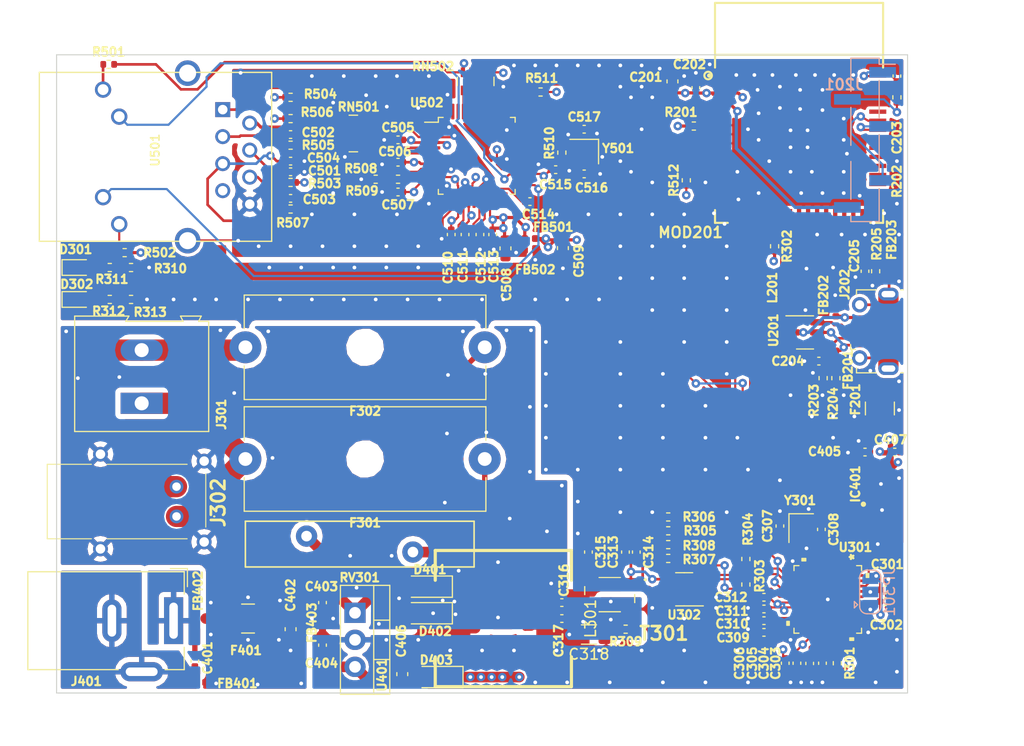
<source format=kicad_pcb>
(kicad_pcb (version 20221018) (generator pcbnew)
  (layers (0 "F.Cu" power) (1 "In1.Cu" signal) (2 "In2.Cu" signal) (31 "B.Cu" signal) (34 "B.Paste" user) (35 "F.Paste" user) (36 "B.SilkS" user "B.Silkscreen") (37 "F.SilkS" user "F.Silkscreen") (38 "B.Mask" user) (39 "F.Mask" user) (44 "Edge.Cuts" user))
  (net 0 "")
  (net 1 "GND")
  (net 2 "+3V3")
  (net 3 "/ESP32-S3/EN")
  (net 4 "/ESP32-S3/VBUS")
  (net 5 "Net-(C205-Pad1)")
  (net 6 "Net-(U301-DVDD_1P1)")
  (net 7 "Net-(U301-DLDO_1P1)")
  (net 8 "Net-(U301-XTAL_O)")
  (net 9 "Net-(U301-XTAL_I{slash}CLK_IN)")
  (net 10 "Net-(U301-CEXT_3)")
  (net 11 "Net-(U301-CEXT_2)")
  (net 12 "Net-(T301-N1)")
  (net 13 "Net-(C313-Pad2)")
  (net 14 "Net-(C314-Pad1)")
  (net 15 "Net-(T301-N4)")
  (net 16 "Net-(T301-N1{slash}N4)")
  (net 17 "Net-(T301-N2_2)")
  (net 18 "Net-(C316-Pad1)")
  (net 19 "Net-(T301-N3_2)")
  (net 20 "Net-(C317-Pad2)")
  (net 21 "Net-(C318-Pad1)")
  (net 22 "/PowerSupply/PWR-HV")
  (net 23 "+24V")
  (net 24 "GNDPWR")
  (net 25 "Net-(D403-A)")
  (net 26 "+5V-USB")
  (net 27 "Net-(U501-TCT)")
  (net 28 "ETHGNDA")
  (net 29 "Net-(U501-RD+)")
  (net 30 "/Wiznet-W5500/RXP")
  (net 31 "Net-(U501-RD-)")
  (net 32 "/Wiznet-W5500/RXN")
  (net 33 "Net-(U501-RCT)")
  (net 34 "+3V3A")
  (net 35 "Net-(U502-TOCAP)")
  (net 36 "Net-(U502-1V2O)")
  (net 37 "Net-(U502-XI{slash}CLKIN)")
  (net 38 "Net-(U502-XO)")
  (net 39 "Net-(D301-A)")
  (net 40 "Net-(D302-A)")
  (net 41 "SPoE-1")
  (net 42 "SPoE-2")
  (net 43 "Net-(J301-Pin_1)")
  (net 44 "Net-(J301-Pin_2)")
  (net 45 "Net-(F401-Pad1)")
  (net 46 "/ESP32-S3/USB-5V")
  (net 47 "/ESP32-S3/USB-GND")
  (net 48 "Net-(J202-Shield)")
  (net 50 "/ESP32-S3/TXD0")
  (net 51 "/ESP32-S3/RXD0")
  (net 52 "/ESP32-S3/BOOT")
  (net 53 "Net-(J202-D-)")
  (net 54 "Net-(J202-D+)")
  (net 56 "Net-(JP301-C)")
  (net 57 "/ESP32-S3/USB-DP")
  (net 58 "/ESP32-S3/USB-DM")
  (net 59 "Net-(MOD201-IO3)")
  (net 60 "ETH-nCS")
  (net 61 "ETH-SCK")
  (net 62 "ETH-MISO")
  (net 63 "ETH-MOSI")
  (net 64 "ETH-nINT")
  (net 65 "ETH-nRST")
  (net 80 "SPE-SDI")
  (net 81 "SPE-SDO")
  (net 82 "SPE-SCK")
  (net 83 "SPE-nCS")
  (net 84 "SPE-nRST")
  (net 85 "SPE-nINT")
  (net 90 "/ESP32-S3/USB-VBUS")
  (net 91 "Net-(U301-TEST1)")
  (net 92 "Net-(U301-TXP)")
  (net 93 "Net-(U301-RXN)")
  (net 94 "Net-(U301-RXP)")
  (net 95 "Net-(U301-TXN)")
  (net 96 "Net-(T301-N2_1)")
  (net 97 "/ADIN1110/LED-1")
  (net 98 "/ADIN1110/LED-0")
  (net 99 "Net-(U501-D1)")
  (net 100 "Net-(U501-D3)")
  (net 101 "/Wiznet-W5500/TXP")
  (net 102 "/Wiznet-W5500/TXN")
  (net 103 "Net-(R508-Pad2)")
  (net 104 "Net-(U502-EXRES1)")
  (net 105 "/Wiznet-W5500/RXIN")
  (net 106 "/Wiznet-W5500/RXIP")
  (net 107 "/Wiznet-W5500/TXON")
  (net 108 "/Wiznet-W5500/TXOP")
  (net 109 "Net-(RN502-R1.1)")
  (net 110 "Net-(RN502-R2.1)")
  (net 111 "Net-(RN502-R3.1)")
  (net 114 "/Wiznet-W5500/LINKLED")
  (net 115 "/Wiznet-W5500/ACTLED")
  (net 148 "/PowerSupply/GND-HV")
  (footprint "Package_TO_SOT_SMD:SOT-23-6" (layer "F.Cu") (at 139 115.25 180)
    (fp_text reference "U302")
    (fp_text value "WE-TVS-82400102")
  )
  (footprint "Capacitor_SMD:C_0402_1005Metric" (layer "F.Cu") (at 119.8 81.9 -90)
    (fp_text reference "C512")
    (fp_text value "4u7")
  )
  (footprint "Capacitor_SMD:C_0402_1005Metric" (layer "F.Cu") (at 126.92 75.8)
    (fp_text reference "C515")
    (fp_text value "100n")
  )
  (footprint "Resistor_SMD:R_0402_1005Metric" (layer "F.Cu") (at 85 85 180)
    (fp_text reference "R311")
    (fp_text value "100R")
  )
  (footprint "Fuse:Fuseholder_Cylinder-5x20mm_Schurter_0031_8201_Horizontal_Open" (layer "F.Cu") (at 120.25 103 180)
    (fp_text reference "F301")
    (fp_text value "Fuse")
  )
  (footprint "Capacitor_SMD:C_0402_1005Metric" (layer "F.Cu") (at 146.5 116 180)
    (fp_text reference "C312")
    (fp_text value "100n")
  )
  (footprint "Crystal:Crystal_SMD_2016-4Pin_2.0x1.6mm" (layer "F.Cu") (at 150 109.5 -90)
    (fp_text reference "Y301")
    (fp_text value "830108212509")
  )
  (footprint "Capacitor_SMD:C_0402_1005Metric" (layer "F.Cu") (at 157.9 116.4)
    (fp_text reference "C302")
    (fp_text value "10n")
  )
  (footprint "Capacitor_SMD:C_0402_1005Metric" (layer "F.Cu") (at 146.5 119.3 180)
    (fp_text reference "C309")
    (fp_text value "1u")
  )
  (footprint "Resistor_SMD:R_0402_1005Metric" (layer "F.Cu") (at 102 69)
    (fp_text reference "R504")
    (fp_text value "49R9")
  )
  (footprint "LED_SMD:LED_0603_1608Metric" (layer "F.Cu") (at 82 88)
    (fp_text reference "D302")
    (fp_text value "LED")
  )
  (footprint "Resistor_SMD:R_Array_Concave_4x0603" (layer "F.Cu") (at 107.9 72.4 180)
    (fp_text reference "RN501")
    (fp_text value "33R")
  )
  (footprint "Resistor_SMD:R_0402_1005Metric" (layer "F.Cu") (at 87 85)
    (fp_text reference "R310")
    (fp_text value "4k7")
  )
  (footprint "Resistor_SMD:R_0402_1005Metric" (layer "F.Cu") (at 137.5 112.35 180)
    (fp_text reference "R307")
    (fp_text value "5R1")
  )
  (footprint "Capacitor_SMD:C_0402_1005Metric" (layer "F.Cu") (at 118.4 81.9 90)
    (fp_text reference "C511")
    (fp_text value "100n")
  )
  (footprint "Resistor_SMD:R_0402_1005Metric" (layer "F.Cu") (at 144.8 114.8 90)
    (fp_text reference "R303")
    (fp_text value "10R2")
  )
  (footprint "Diode_SMD:D_SOD-123F" (layer "F.Cu") (at 115 115 180)
    (fp_text reference "D401")
    (fp_text value "PMEG6010CEH")
  )
  (footprint "Resistor_SMD:R_0402_1005Metric" (layer "F.Cu") (at 153.2625 95.4 -90)
    (fp_text reference "R204")
    (fp_text value "22k")
  )
  (footprint "Inductor_SMD:L_0402_1005Metric" (layer "F.Cu") (at 93.515 118 180)
    (fp_text reference "FB402")
    (fp_text value "HH-1M1005-221JT")
  )
  (footprint "Project_Specific_Wuerth:74930000" (layer "F.Cu") (at 132 115.75 180)
    (fp_text reference "T301")
    (fp_text value "74930000" hide)
  )
  (footprint "Project_Specific_Harting:09452812800" (layer "F.Cu") (at 91.275 107 -90)
    (fp_text reference "J302")
    (fp_text value "09452812800" hide)
  )
  (footprint "Resistor_SMD:R_0402_1005Metric" (layer "F.Cu") (at 85 88 180)
    (fp_text reference "R312")
    (fp_text value "100R")
  )
  (footprint "Resistor_SMD:R_0402_1005Metric" (layer "F.Cu") (at 102 79.5)
    (fp_text reference "R507")
    (fp_text value "49R9")
  )
  (footprint "Capacitor_SMD:C_0402_1005Metric" (layer "F.Cu") (at 151.6625 93.8 180)
    (fp_text reference "C204")
    (fp_text value "100n")
  )
  (footprint "Capacitor_SMD:C_0402_1005Metric" (layer "F.Cu") (at 112.1 77.9)
    (fp_text reference "C507")
    (fp_text value "100n")
  )
  (footprint "Resistor_SMD:R_0402_1005Metric" (layer "F.Cu") (at 102 73.5)
    (fp_text reference "R505")
    (fp_text value "49R9")
  )
  (footprint "Resistor_SMD:R_0402_1005Metric" (layer "F.Cu") (at 87 88)
    (fp_text reference "R313")
    (fp_text value "4k7")
  )
  (footprint "Varistor:RV_Disc_D21.5mm_W4.3mm_P10mm" (layer "F.Cu") (at 103.5 110.25)
    (fp_text reference "RV301")
    (fp_text value "S20K30")
  )
  (footprint "Capacitor_SMD:C_0402_1005Metric" (layer "F.Cu") (at 133.48 111.75 90)
    (fp_text reference "C313")
    (fp_text value "220n")
  )
  (footprint "Capacitor_SMD:C_0603_1608Metric" (layer "F.Cu") (at 102 119 -90)
    (fp_text reference "C402")
    (fp_text value "10u")
  )
  (footprint "LED_SMD:LED_0603_1608Metric" (layer "F.Cu") (at 82 85)
    (fp_text reference "D301")
    (fp_text value "LED")
  )
  (footprint "Resistor_SMD:R_0402_1005Metric" (layer "F.Cu") (at 144.8 112.4 -90)
    (fp_text reference "R304")
    (fp_text value "10R2")
  )
  (footprint "Inductor_SMD:L_0402_1005Metric" (layer "F.Cu") (at 158.2625 85.3 90)
    (fp_text reference "FB203")
    (fp_text value "HH-1M1005-221JT")
  )
  (footprint "Package_TO_SOT_SMD:SOT-23-6" (layer "F.Cu") (at 150.3625 91.1)
    (fp_text reference "U201")
    (fp_text value "WE-TVS-82400102")
  )
  (footprint "Package_QFP:LQFP-48_7x7mm_P0.5mm" (layer "F.Cu") (at 119.5 74.5)
    (fp_text reference "U502")
    (fp_text value "W5500")
  )
  (footprint "Capacitor_SMD:C_0402_1005Metric" (layer "F.Cu") (at 148 109.3 90)
    (fp_text reference "C307")
    (fp_text value "13p")
  )
  (footprint "Capacitor_SMD:C_0603_1608Metric" (layer "F.Cu") (at 122.2 83.2 -90)
    (fp_text reference "C508")
    (fp_text value "10u")
  )
  (footprint "Project_Specific_AnalogDevices:ADIN1110" (layer "F.Cu") (at 152.5 116.2 -90)
    (fp_text reference "U301")
    (fp_text value "ADIN1110BCPZ")
  )
  (footprint "Inductor_SMD:L_0402_1005Metric" (layer "F.Cu") (at 124.5 83.375 180)
    (fp_text reference "FB502")
    (fp_text value "HH-1M1005-221JT")
  )
  (footprint "Resistor_SMD:R_0402_1005Metric" (layer "F.Cu") (at 157 85.35 -90)
    (fp_text reference "R205")
    (fp_text value "1M")
  )
  (footprint "Resistor_SMD:R_0402_1005Metric" (layer "F.Cu") (at 84.9 65.9)
    (fp_text reference "R501")
    (fp_text value "330R")
  )
  (footprint "Capacitor_SMD:C_0402_1005Metric" (layer "F.Cu") (at 102 78.5)
    (fp_text reference "C503")
    (fp_text value "6n8")
  )
  (footprint "Capacitor_SMD:C_0402_1005Metric" (layer "F.Cu") (at 156 85.35 -90)
    (fp_text reference "C205")
    (fp_text value "4n7")
  )
  (footprint "Capacitor_SMD:C_0603_1608Metric" (layer "F.Cu") (at 127.6 83.175 -90)
    (fp_text reference "C509")
    (fp_text value "10u")
  )
  (footprint "Capacitor_SMD:C_0402_1005Metric" (layer "F.Cu") (at 102 75)
    (fp_text reference "C504")
    (fp_text value "10n")
  )
  (footprint "Capacitor_SMD:C_0402_1005Metric" (layer "F.Cu") (at 130 111.75 -90)
    (fp_text reference "C315")
    (fp_text value "100n")
  )
  (footprint "Resistor_SMD:R_0402_1005Metric" (layer "F.Cu") (at 137.5 108.45 180)
    (fp_text reference "R306")
    (fp_text value "5R1")
  )
  (footprint "Capacitor_SMD:C_0402_1005Metric" (layer "F.Cu") (at 105 116.5 -90)
    (fp_text reference "C403")
    (fp_text value "100n")
  )
  (footprint "Project_Specific_Wuerth:744871101" (layer "F.Cu") (at 122 118 -90)
    (fp_text reference "L301")
    (fp_text value "100u")
  )
  (footprint "Resistor_SMD:R_0402_1005Metric" (layer "F.Cu") (at 110 76.7)
    (fp_text reference "R508")
    (fp_text value "300")
  )
  (footprint "TerminalBlock:TerminalBlock_Altech_AK300-2_P5.00mm" (layer "F.Cu") (at 88 97.765 90)
    (fp_text reference "J301")
    (fp_text value "Screw_Terminal_01x02")
  )
  (footprint "Capacitor_SMD:C_0402_1005Metric" (layer "F.Cu") (at 148.5 122.2 -90)
    (fp_text reference "C306")
    (fp_text value "100n")
  )
  (footprint "Capacitor_SMD:C_1206_3216Metric" (layer "F.Cu") (at 130.05 119.5 180)
    (fp_text reference "C318")
    (fp_text value "1n")
  )
  (footprint "Capacitor_SMD:C_0402_1005Metric" (layer "F.Cu") (at 150.8 122.22 -90)
    (fp_text reference "C304")
    (fp_text value "680n")
  )
  (footprint "Capacitor_SMD:C_0402_1005Metric" (layer "F.Cu") (at 127.5 118 180)
    (fp_text reference "C317")
    (fp_text value "1u")
  )
  (footprint "Connector_USB:USB_Micro-B_Molex-105017-0001" (layer "F.Cu") (at 156.9625 91 90)
    (fp_text reference "J202")
    (fp_text value "USB_B_Micro")
  )
  (footprint "Capacitor_SMD:C_0402_1005Metric" (layer "F.Cu") (at 105 120.5 90)
    (fp_text reference "C404")
    (fp_text value "100n")
  )
  (footprint "Resistor_SMD:R_0402_1005Metric" (layer "F.Cu") (at 153.4 122.2 -90)
    (fp_text reference "R301")
    (fp_text value "1k5")
  )
  (footprint "Project_Specific_ST:SON95P300X300X100-7N-D" (layer "F.Cu") (at 157.5 105.35 90)
    (fp_text reference "IC401")
    (fp_text value "LDL112PV33R")
  )
  (footprint "Capacitor_SMD:C_0402_1005Metric" (layer "F.Cu") (at 146.5 118.2 180)
    (fp_text reference "C310")
    (fp_text value "100n")
  )
  (footprint "Resistor_SMD:R_0402_1005Metric" (layer "F.Cu") (at 152.0625 95.4 90)
    (fp_text reference "R203")
    (fp_text value "47k")
  )
  (footprint "Package_TO_SOT_THT:TO-220-3_Vertical" (layer "F.Cu") (at 108.055 117.46 -90)
    (fp_text reference "U401")
    (fp_text value "VXO7803-1000")
  )
  (footprint "Capacitor_SMD:C_0402_1005Metric" (layer "F.Cu") (at 124.5 78.8)
    (fp_text reference "C514")
    (fp_text value "100n")
  )
  (footprint "Capacitor_SMD:C_0402_1005Metric" (layer "F.Cu") (at 93 122 -90)
    (fp_text reference "C401")
    (fp_text value "100n")
  )
  (footprint "Capacitor_SMD:C_0402_1005Metric" (layer "F.Cu") (at 152 122.2 -90)
    (fp_text reference "C303")
    (fp_text value "100n")
  )
  (footprint "Capacitor_SMD:C_0402_1005Metric" (layer "F.Cu") (at 112.1 73)
    (fp_text reference "C505")
    (fp_text value "100n")
  )
  (footprint "Capacitor_SMD:C_0402_1005Metric" (layer "F.Cu") (at 158.8 102.35)
    (fp_text reference "C407")
    (fp_text value "1u")
  )
  (footprint "Resistor_SMD:R_0402_1005Metric" (layer "F.Cu") (at 86.4 83.6)
    (fp_text reference "R502")
    (fp_text value "330R")
  )
  (footprint "Resistor_SMD:R_0402_1005Metric" (layer "F.Cu") (at 137.5 109.75 180)
    (fp_text reference "R305")
    (fp_text value "49R9")
  )
  (footprint "Resistor_SMD:R_0402_1005Metric" (layer "F.Cu") (at 127.5 74.2 90)
    (fp_text reference "R510")
    (fp_text value "1M")
  )
  (footprint "Resistor_SMD:R_0402_1005Metric" (layer "F.Cu") (at 133.5 119 180)
    (fp_text reference "R309")
    (fp_text value "100R")
  )
  (footprint "Resistor_SMD:R_0402_1005Metric" (layer "F.Cu") (at 102 71)
    (fp_text reference "R506")
    (fp_text value "49R9")
  )
  (footprint "Capacitor_SMD:C_0402_1005Metric" (layer "F.Cu") (at 157.9 115.3)
    (fp_text reference "C301")
    (fp_text value "100n")
  )
  (footprint "Capacitor_SMD:C_0402_1005Metric" (layer "F.Cu") (at 102 72.5)
    (fp_text reference "C502")
    (fp_text value "6n8")
  )
  (footprint "Resistor_SMD:R_0402_1005Metric" (layer "F.Cu") (at 159 69 90)
    (fp_text reference "R202")
    (fp_text value "10k")
  )
  (footprint "Diode_SMD:D_SOD-123F" (layer "F.Cu") (at 115 117.5 180)
    (fp_text reference "D402")
    (fp_text value "PMEG6010CEH")
  )
  (footprint "Fuse:Fuseholder_Cylinder-5x20mm_Schurter_0031_8201_Horizontal_Open" (layer "F.Cu") (at 120.25 92.5 180)
    (fp_text reference "F302")
    (fp_text value "Fuse")
  )
  (footprint "Fuse:Fuse_1210_3225Metric" (layer "F.Cu") (at 98 118)
    (fp_text reference "F401")
    (fp_text value "Polyfuse")
  )
  (footprint "Capacitor_SMD:C_0402_1005Metric" (layer "F.Cu") (at 156 102.35 180)
    (fp_text reference "C405")
    (fp_text value "1u")
  )
  (footprint "Capacitor_SMD:C_0402_1005Metric" (layer "F.Cu") (at 129.6 72)
    (fp_text reference "C517")
    (fp_text value "13p")
  )
  (footprint "Capacitor_SMD:C_0402_1005Metric" (layer "F.Cu") (at 149.6 122.2 -90)
    (fp_text reference "C305")
    (fp_text value "10n")
  )
  (footprint "Resistor_SMD:R_0402_1005Metric" (layer "F.Cu") (at 139.2 76.8 90)
    (fp_text reference "R512")
    (fp_text value "10k")
  )
  (footprint "Resistor_SMD:R_0402_1005Metric" (layer "F.Cu") (at 139.91 71.7)
    (fp_text reference "R201")
    (fp_text value "10k")
  )
  (footprint "Resistor_SMD:R_Array_Concave_4x0603" (layer "F.Cu") (at 119.4 67.5 90)
    (fp_text reference "RN502")
    (fp_text value "10k")
  )
  (footprint "Capacitor_SMD:C_0402_1005Metric" (layer "F.Cu") (at 129.6 76.2 180)
    (fp_text reference "C516")
    (fp_text value "13p")
  )
  (footprint "Capacitor_SMD:C_0402_1005Metric" (layer "F.Cu") (at 117.1 81.9 90)
    (fp_text reference "C510")
    (fp_text value "100n")
  )
  (footprint "Inductor_SMD:L_0402_1005Metric" (layer "F.Cu") (at 93.5 124)
    (fp_text reference "FB401")
    (fp_text value "HH-1M1005-221JT")
  )
  (footprint "Capacitor_SMD:C_0402_1005Metric" (layer "F.Cu") (at 134.5 111.75 -90)
    (fp_text reference "C314")
    (fp_text value "220n")
  )
  (footprint "Diode_SMD:D_SOD-123F" (layer "F.Cu") (at 116 123.5 180)
    (fp_text reference "D403")
    (fp_text value "PMEG6010CEH")
  )
  (footprint "Capacitor_SMD:C_0402_1005Metric" (layer "F.Cu") (at 121 81.9 90)
    (fp_text reference "C513")
    (fp_text value "100n")
  )
  (footprint "Capacitor_SMD:C_0402_1005Metric" (layer "F.Cu") (at 151.9 109.62 -90)
    (fp_text reference "C308")
    (fp_text value "13p")
  )
  (footprint "Project_Specific_Wuerth:7499010211A" (layer "F.Cu") (at 89.27 73.965 90)
    (fp_text reference "U501")
    (fp_text value "7499010211A")
  )
  (footprint "Resistor_SMD:R_0402_1005Metric" (layer "F.Cu") (at 125.5 68.5)
    (fp_text reference "R511")
    (fp_text value "10k")
  )
  (footprint "Capacitor_SMD:C_0402_1005Metric" (layer "F.Cu") (at 112.1 75.1)
    (fp_text reference "C506")
    (fp_text value "100n")
  )
  (footprint "Resistor_SMD:R_0402_1005Metric" (layer "F.Cu") (at 137.5 111.05 180)
    (fp_text reference "R308")
    (fp_text value "49R9")
  )
  (footprint "Inductor_SMD:L_0402_1005Metric" (layer "F.Cu") (at 124.5 82.275 180)
    (fp_text reference "FB501")
    (fp_text value "HH-1M1005-221JT")
  )
  (footprint "Capacitor_SMD:C_0402_1005Metric" (layer "F.Cu") (at 102 76)
    (fp_text reference "C501")
    (fp_text value "22n")
  )
  (footprint "Resistor_SMD:R_0402_1005Metric" (layer "F.Cu") (at 147.5 83 -90)
    (fp_text reference "R302")
    (fp_text value "1k5")
  )
  (footprint "Capacitor_SMD:C_0603_1608Metric" (layer "F.Cu") (at 137.9 67.5 -90)
    (fp_text reference "C201")
    (fp_text value "10u")
  )
  (footprint "Capacitor_SMD:C_0402_1005Metric" (layer "F.Cu") (at 159 67 90)
    (fp_text reference "C203")
    (fp_text value "1u")
  )
  (footprint "Capacitor_SMD:C_0402_1005Metric" (layer "F.Cu") (at 146.5 117.1 180)
    (fp_text reference "C311")
    (fp_text value "10n")
  )
  (footprint "Capacitor_SMD:C_0402_1005Metric" (layer "F.Cu") (at 140.1 68.1 -90)
    (fp_text reference "C202")
    (fp_text value "100n")
  )
  (footprint "Crystal:Crystal_SMD_2016-4Pin_2.0x1.6mm" (layer "F.Cu") (at 129.6 74.1 180)
    (fp_text reference "Y501")
    (fp_text value "830108212509")
  )
  (footprint "Inductor_SMD:L_0402_1005Metric" (layer "F.Cu") (at 153.2625 89.1 -90)
    (fp_text reference "FB202")
    (fp_text value "HH-1M1005-221JT")
  )
  (footprint "Capacitor_SMD:C_0603_1608Metric" (layer "F.Cu") (at 112.5 123.225 90)
    (fp_text reference "C406")
    (fp_text value "10u")
  )
  (footprint "Connector_BarrelJack:BarrelJack_Wuerth_6941xx301002" (layer "F.Cu") (at 91 118.2 -90)
    (fp_text reference "J401")
    (fp_text value "Wuerth-694108301002")
  )
  (footprint "Fuse:Fuse_1210_3225Metric" (layer "F.Cu") (at 157.4 98.25 -90)
    (fp_text reference "F201")
    (fp_text value "Polyfuse_Small")
  )
  (footprint "Resistor_SMD:R_0402_1005Metric" (layer "F.Cu") (at 102 77)
    (fp_text reference "R503")
    (fp_text value "10R")
  )
  (footprint "Inductor_SMD:L_0402_1005Metric" (layer "F.Cu") (at 105 118.5 90)
    (fp_text reference "FB403")
    (fp_text value "HH-1M1005-221JT")
  )
  (footprint "Project_Specific_Wuerth:WE-CNSW_08059" (layer "F.Cu") (at 149.1 86.8)
    (fp_text reference "L201")
    (fp_text value "744233121")
  )
  (footprint "Inductor_SMD:L_0402_1005Metric" (layer "F.Cu") (at 153.2625 93.3 -90)
    (fp_text reference "FB201")
    (fp_text value "HH-1M1005-221JT")
  )
  (footprint "Capacitor_SMD:C_0402_1005Metric" (layer "F.Cu") (at 127.5 116.5 180)
    (fp_text reference "C316")
    (fp_text value "1u")
  )
  (footprint "Resistor_SMD:R_0402_1005Metric" (layer "F.Cu") (at 112.1 76.7)
    (fp_text reference "R509")
    (fp_text value "12k_1%")
  )
  (footprint "Project_Specific_Espressif:XCVR_ESP32-S3-MINI-1-N8" (layer "F.Cu") (at 149.8 72.9)
    (fp_text reference "MOD201")
    (fp_text value "ESP32-S3-MINI-1-N8")
  )
  (footprint "Jumper:SolderJumper-3_P1.3mm_Open_RoundedPad1.0x1.5mm" (layer "B.Cu") (at 156.5 115.5 90)
    (fp_text reference "JP301")
    (fp_text value "SolderJumper_3_Open")
  )
  (footprint "Connector_PinHeader_2.54mm:PinHeader_1x06_P2.54mm_Vertical_SMD_Pin1Left" (layer "B.Cu") (at 156 73 180)
    (fp_text reference "J201")
    (fp_text value "Conn_01x06_Pin")
  )
  (gr_line locked (start 160 65) (end 160 125) (stroke (width 0.1)) (layer "Edge.Cuts"))
  (gr_line locked (start 160 125) (end 80 125) (stroke (width 0.1)) (layer "Edge.Cuts"))
  (gr_line locked (start 80 65) (end 160 65) (stroke (width 0.1)) (layer "Edge.Cuts"))
  (gr_line locked (start 80 125) (end 80 65) (stroke (width 0.1)) (layer "Edge.Cuts"))
  (segment (start 126.6 75) (end 125.6 75) (width 0.2) (layer "F.Cu") (net 1))
  (segment (start 156.3 117.4) (end 156.3 117.3495) (width 0.2) (layer "F.Cu") (net 1))
  (segment (start 155.473802 117.45) (end 153.75 117.45) (width 0.2) (layer "F.Cu") (net 1))
  (segment (start 122.909315 71.2) (end 123 71.2) (width 0.25) (layer "F.Cu") (net 1))
  (segment (start 156.8 79.9) (end 155.5 78.6) (width 0.2) (layer "F.Cu") (net 1))
  (segment (start 142.8 79.9) (end 144.1 78.6) (width 0.2) (layer "F.Cu") (net 1))
  (segment (start 122.4 74.8) (end 122.3255 74.8) (width 0.25) (layer "F.Cu") (net 1))
  (segment (start 125.25 75.25) (end 125.3 75.3) (width 0.25) (layer "F.Cu") (net 1))
  (segment (start 128.1 72.7) (end 128.1 72.6) (width 0.2) (layer "F.Cu") (net 1))
  (segment (start 122.3255 74.8) (end 122.3255 72.0745) (width 0.25) (layer "F.Cu") (net 1))
  (segment (start 155.473802 117.45) (end 156.25 117.45) (width 0.2) (layer "F.Cu") (net 1))
  (segment (start 122.4 72) (end 122.3255 72.0745) (width 0.25) (layer "F.Cu") (net 1))
  (segment (start 122.3255 72.0745) (end 122.3255 71.783815) (width 0.25) (layer "F.Cu") (net 1))
  (segment (start 128.4 73) (end 128.1 72.7) (width 0.2) (layer "F.Cu") (net 1))
  (segment (start 156.25 117.45) (end 156.3 117.4) (width 0.2) (layer "F.Cu") (net 1))
  (segment (start 125.6 75) (end 125.3 75.3) (width 0.2) (layer "F.Cu") (net 1))
  (segment (start 128.9 73.55) (end 128.9 73.5) (width 0.2) (layer "F.Cu") (net 1))
  (segment (start 153.75 117.45) (end 152.5 116.2) (width 0.2) (layer "F.Cu") (net 1))
  (segment (start 123.6625 75.25) (end 122.85 75.25) (width 0.25) (layer "F.Cu") (net 1))
  (segment (start 156.3 117.3495) (end 156.5 117.1495) (width 0.2) (layer "F.Cu") (net 1))
  (segment (start 122.85 75.25) (end 122.4 74.8) (width 0.25) (layer "F.Cu") (net 1))
  (segment (start 87.51 88) (end 88.5 88) (width 0.3) (layer "F.Cu") (net 1))
  (segment (start 87.51 85) (end 88.7 85) (width 0.3) (layer "F.Cu") (net 1))
  (segment (start 127.4 75.8) (end 126.6 75) (width 0.2) (layer "F.Cu") (net 1))
  (segment (start 123.6625 75.25) (end 125.25 75.25) (width 0.25) (layer "F.Cu") (net 1))
  (segment (start 128.9 73.5) (end 128.4 73) (width 0.2) (layer "F.Cu") (net 1))
  (segment (start 122.3255 71.783815) (end 122.909315 71.2) (width 0.25) (layer "F.Cu") (net 1))
  (segment (start 155.5 78.6) (end 155.5 78.250498) (width 0.2) (layer "F.Cu") (net 1))
  (via (at 127 121) (size 0.8) (drill 0.35) (layers "F.Cu" "B.Cu") (net 1))
  (via (at 149 120) (size 0.8) (drill 0.35) (layers "F.Cu" "B.Cu") (net 1))
  (via (at 129 110) (size 0.8) (drill 0.35) (layers "F.Cu" "B.Cu") (net 1))
  (via (at 145 118) (size 0.8) (drill 0.35) (layers "F.Cu" "B.Cu") (net 1))
  (via (at 152.5 116.2) (size 0.8) (drill 0.35) (layers "F.Cu" "B.Cu") (net 1))
  (via (at 154.9 66.9) (size 0.8) (drill 0.35) (layers "F.Cu" "B.Cu") (net 1))
  (via (at 153.8 81.9) (size 0.8) (drill 0.35) (layers "F.Cu" "B.Cu") (net 1))
  (via (at 139 83) (size 0.8) (drill 0.35) (layers "F.Cu" "B.Cu") (net 1))
  (via (at 151 124) (size 0.8) (drill 0.35) (layers "F.Cu" "B.Cu") (net 1))
  (via (at 133 83) (size 0.8) (drill 0.35) (layers "F.Cu" "B.Cu") (net 1))
  (via (at 150 78) (size 0.8) (drill 0.35) (layers "F.Cu" "B.Cu") (net 1))
  (via (at 137 98) (size 0.8) (drill 0.35) (layers "F.Cu" "B.Cu") (net 1))
  (via (at 133 80) (size 0.8) (drill 0.35) (layers "F.Cu" "B.Cu") (net 1))
  (via (at 151.5 81.9) (size 0.8) (drill 0.35) (layers "F.Cu" "B.Cu") (net 1))
  (via (at 137 124) (size 0.8) (drill 0.35) (layers "F.Cu" "B.Cu") (net 1))
  (via (at 148 70) (size 0.8) (drill 0.35) (layers "F.Cu" "B.Cu") (net 1))
  (via (at 137 104) (size 0.8) (drill 0.35) (layers "F.Cu" "B.Cu") (net 1))
  (via (at 155.4 101.3) (size 0.8) (drill 0.35) (layers "F.Cu" "B.Cu") (net 1))
  (via (at 141.8 79.9) (size 0.8) (drill 0.35) (layers "F.Cu" "B.Cu") (net 1))
  (via (at 127 80) (size 0.8) (drill 0.35) (layers "F.Cu" "B.Cu") (net 1))
  (via (at 139 121) (size 0.8) (drill 0.35) (layers "F.Cu" "B.Cu") (net 1))
  (via (at 133 86) (size 0.8) (drill 0.35) (layers "F.Cu" "B.Cu") (net 1))
  (via (at 145 117) (size 0.8) (drill 0.35) (layers "F.Cu" "B.Cu") (net 1))
  (via (at 103 85) (size 0.8) (drill 0.35) (layers "F.Cu" "B.Cu") (net 1))
  (via (at 144.1 78.6) (size 0.8) (drill 0.35) (layers "F.Cu" "B.Cu") (net 1))
  (via (at 133 66) (size 0.8) (drill 0.35) (layers "F.Cu" "B.Cu") (net 1))
  (via (at 100 85) (size 0.8) (drill 0.35) (layers "F.Cu" "B.Cu") (net 1))
  (via (at 133 101) (size 0.8) (drill 0.35) (layers "F.Cu" "B.Cu") (net 1))
  (via (at 136 69) (size 0.8) (drill 0.35) (layers "F.Cu" "B.Cu") (net 1))
  (via (at 159.2 86.3) (size 0.8) (drill 0.35) (layers "F.Cu" "B.Cu") (net 1))
  (via (at 113 88) (size 0.8) (drill 0.35) (layers "F.Cu" "B.Cu") (net 1))
  (via (at 139 118) (size 0.8) (drill 0.35) (layers "F.Cu" "B.Cu") (net 1))
  (via (at 130 80) (size 0.8) (drill 0.35) (layers "F.Cu" "B.Cu") (net 1))
  (via (at 150.6 73.7) (size 0.8) (drill 0.35) (layers "F.Cu" "B.Cu") (net 1))
  (via (at 139 89) (size 0.8) (drill 0.35) (layers "F.Cu" "B.Cu") (net 1))
  (via (at 149.9 68.3) (size 0.8) (drill 0.35) (layers "F.Cu" "B.Cu") (net 1))
  (via (at 150.7 107.7) (size 0.8) (drill 0.35) (layers "F.Cu" "B.Cu") (net 1))
  (via (at 122.3255 74.8) (size 0.8) (drill 0.35) (layers "F.Cu" "B.Cu") (net 1))
  (via (at 126 104) (size 0.8) (drill 0.35) (layers "F.Cu" "B.Cu") (net 1))
  (via (at 136 86) (size 0.8) (drill 0.35) (layers "F.Cu" "B.Cu") (net 1))
  (via (at 131 66) (size 0.8) (drill 0.35) (layers "F.Cu" "B.Cu") (net 1))
  (via (at 133 98) (size 0.8) (drill 0.35) (layers "F.Cu" "B.Cu") (net 1))
  (via (at 136 89) (size 0.8) (drill 0.35) (layers "F.Cu" "B.Cu") (net 1))
  (via (at 143 95) (size 0.8) (drill 0.35) (layers "F.Cu" "B.Cu") (net 1))
  (via (at 146 70.5) (size 0.8) (drill 0.35) (layers "F.Cu" "B.Cu") (net 1))
  (via (at 150.3 93.8) (size 0.8) (drill 0.35) (layers "F.Cu" "B.Cu") (net 1))
  (via (at 125 84.275) (size 0.8) (drill 0.35) (layers "F.Cu" "B.Cu") (net 1))
  (via (at 122 88) (size 0.8) (drill 0.35) (layers "F.Cu" "B.Cu") (net 1))
  (via (at 141.4 65.9) (size 0.8) (drill 0.35) (layers "F.Cu" "B.Cu") (net 1))
  (via (at 149 73.7) (size 0.8) (drill 0.35) (layers "F.Cu" "B.Cu") (net 1))
  (via (at 111 85) (size 0.8) (drill 0.35) (layers "F.Cu" "B.Cu") (net 1))
  (via (at 154.3 74.3) (size 0.8) (drill 0.35) (layers "F.Cu" "B.Cu") (net 1))
  (via (at 154 71) (size 0.8) (drill 0.35) (layers "F.Cu" "B.Cu") (net 1))
  (via (at 131.1 76.2) (size 0.8) (drill 0.35) (layers "F.Cu" "B.Cu") (net 1))
  (via (at 149 94) (size 0.8) (drill 0.35) (layers "F.Cu" "B.Cu") (net 1))
  (via (at 141 77) (size 0.8) (drill 0.35) (layers "F.Cu" "B.Cu") (net 1))
  (via (at 142.8 80.9) (size 0.8) (drill 0.35) (layers "F.Cu" "B.Cu") (net 1))
  (via (at 143 86) (size 0.8) (drill 0.35) (layers "F.Cu" "B.Cu") (net 1))
  (via (at 128 88) (size 0.8) (drill 0.35) (layers "F.Cu" "B.Cu") (net 1))
  (via (at 158.2 114.3) (size 0.8) (drill 0.35) (layers "F.Cu" "B.Cu") (net 1))
  (via (at 156 81.9) (size 0.8) (drill 0.35) (layers "F.Cu" "B.Cu") (net 1))
  (via (at 95 88) (size 0.8) (drill 0.35) (layers "F.Cu" "B.Cu") (net 1))
  (via (at 143.9 66.9) (size 0.8) (drill 0.35) (layers "F.Cu" "B.Cu") (net 1))
  (via (at 139 92) (size 0.8) (drill 0.35) (layers "F.Cu" "B.Cu") (net 1))
  (via (at 133 108) (size 0.8) (drill 0.35) (layers "F.Cu" "B.Cu") (net 1))
  (via (at 128.1 72.5) (size 0.8) (drill 0.35) (layers "F.Cu" "B.Cu") (net 1))
  (via (at 156.3 119.3) (size 0.8) (drill 0.35) (layers "F.Cu" "B.Cu") (net 1))
  (via (at 141 101) (size 0.8) (drill 0.35) (layers "F.Cu" "B.Cu") (net 1))
  (via (at 139 80) (size 0.8) (drill 0.35) (layers "F.Cu" "B.Cu") (net 1))
  (via (at 98 88) (size 0.8) (drill 0.35) (layers "F.Cu" "B.Cu") (net 1))
  (via (at 136 80) (size 0.8) (drill 0.35) (layers "F.Cu" "B.Cu") (net 1))
  (via (at 148 68) (size 0.8) (drill 0.35) (layers "F.Cu" "B.Cu") (net 1))
  (via (at 154 97) (size 0.8) (drill 0.35) (layers "F.Cu" "B.Cu") (net 1))
  (via (at 123 121) (size 0.8) (drill 0.35) (layers "F.Cu" "B.Cu") (net 1))
  (via (at 140.1 66.7) (size 0.8) (drill 0.35) (layers "F.Cu" "B.Cu") (net 1))
  (via (at 135 72) (size 0.8) (drill 0.35) (layers "F.Cu" "B.Cu") (net 1))
  (via (at 150.5 85.1) (size 0.8) (drill 0.35) (layers "F.Cu" "B.Cu") (net 1))
  (via (at 159 123) (size 0.8) (drill 0.35) (layers "F.Cu" "B.Cu") (net 1))
  (via (at 154 76) (size 0.8) (drill 0.35) (layers "F.Cu" "B.Cu") (net 1))
  (via (at 159 120) (size 0.8) (drill 0.35) (layers "F.Cu" "B.Cu") (net 1))
  (via (at 159.2 104.8) (size 0.8) (drill 0.35) (layers "F.Cu" "B.Cu") (net 1))
  (via (at 142 116) (size 0.8) (drill 0.35) (layers "F.Cu" "B.Cu") (net 1))
  (via (at 141 124) (size 0.8) (drill 0.35) (layers "F.Cu" "B.Cu") (net 1))
  (via (at 153 99) (size 0.8) (drill 0.35) (layers "F.Cu" "B.Cu") (net 1))
  (via (at 137 95) (size 0.8) (drill 0.35) (layers "F.Cu" "B.Cu") (net 1))
  (via (at 153 85) (size 0.8) (drill 0.35) (layers "F.Cu" "B.Cu") (net 1))
  (via (at 129 66) (size 0.8) (drill 0.35) (layers "F.Cu" "B.Cu") (net 1))
  (via (at 135 68) (size 0.8) (drill 0.35) (layers "F.Cu" "B.Cu") (net 1))
  (via (at 114 120) (size 0.8) (drill 0.35) (layers "F.Cu" "B.Cu") (net 1))
  (via (at 151 76) (size 0.8) (drill 0.35) (layers "F.Cu" "B.Cu") (net 1))
  (via (at 159.2 81.9) (size 0.8) (drill 0.35) (layers "F.Cu" "B.Cu") (net 1))
  (via (at 120 88) (size 0.8) (drill 0.35) (layers "F.Cu" "B.Cu") (net 1))
  (via (at 130.8 72.4) (size 0.8) (drill 0.35) (layers "F.Cu" "B.Cu") (net 1))
  (via (at 157.6 107.8) (size 0.8) (drill 0.35) (layers "F.Cu" "B.Cu") (net 1))
  (via (at 135 121) (size 0.8) (drill 0.35) (layers "F.Cu" "B.Cu") (net 1))
  (via (at 122.3255 72.0745) (size 0.8) (drill 0.35) (layers "F.Cu" "B.Cu") (net 1))
  (via (at 159.2 95.7) (size 0.8) (drill 0.35) (layers "F.Cu" "B.Cu") (net 1))
  (via (at 145.6 66.9) (size 0.8) (drill 0.35) (layers "F.Cu" "B.Cu") (net 1))
  (via (at 136 77) (size 0.8) (drill 0.35) (layers "F.Cu" "B.Cu") (net 1))
  (via (at 143 89) (size 0.8) (drill 0.35) (layers "F.Cu" "B.Cu") (net 1))
  (via (at 136 108) (size 0.8) (drill 0.35) (layers "F.Cu" "B.Cu") (net 1))
  (via (at 101 88) (size 0.8) (drill 0.35) (layers "F.Cu" "B.Cu") (net 1))
  (via (at 154.4 102.4) (size 0.8) (drill 0.35) (layers "F.Cu" "B.Cu") (net 1))
  (via (at 155.1 85.9) (size 0.8) (drill 0.35) (layers "F.Cu" "B.Cu") (net 1))
  (via (at 150.6 72.1) (size 0.8) (drill 0.35) (layers "F.Cu" "B.Cu") (net 1))
  (via (at 154 78) (size 0.8) (drill 0.35) (layers "F.Cu" "B.Cu") (net 1))
  (via (at 146 73) (size 0.8) (drill 0.35) (layers "F.Cu" "B.Cu") (net 1))
  (via (at 147.3 66.9) (size 0.8) (drill 0.35) (layers "F.Cu" "B.Cu") (net 1))
  (via (at 159 75) (size 0.8) (drill 0.35) (layers "F.Cu" "B.Cu") (net 1))
  (via (at 108 85) (size 0.8) (drill 0.35) (layers "F.Cu" "B.Cu") (net 1))
  (via (at 159.2 98.4) (size 0.8) (drill 0.35) (layers "F.Cu" "B.Cu") (net 1))
  (via (at 150 124) (size 0.8) (drill 0.35) (layers "F.Cu" "B.Cu") (net 1))
  (via (at 150.5 111.4) (size 0.8) (drill 0.35) (layers "F.Cu" "B.Cu") (net 1))
  (via (at 141 104) (size 0.8) (drill 0.35) (layers "F.Cu" "B.Cu") (net 1))
  (via (at 110 88) (size 0.8) (drill 0.35) (layers "F.Cu" "B.Cu") (net 1))
  (via (at 157.8 79.9) (size 0.8) (drill 0.35) (layers "F.Cu" "B.Cu") (net 1))
  (via (at 145 104) (size 0.8) (drill 0.35) (layers "F.Cu" "B.Cu") (net 1))
  (via (at 133 104) (size 0.8) (drill 0.35) (layers "F.Cu" "B.Cu") (net 1))
  (via (at 145 72) (size 0.8) (drill 0.35) (layers "F.Cu" "B.Cu") (net 1))
  (via (at 146 78) (size 0.8) (drill 0.35) (layers "F.Cu" "B.Cu") (net 1))
  (via (at 106 85) (size 0.8) (drill 0.35) (layers "F.Cu" "B.Cu") (net 1))
  (via (at 157 124) (size 0.8) (drill 0.35) (layers "F.Cu" "B.Cu") (net 1))
  (via (at 156.7 86.7) (size 0.8) (drill 0.35) (layers "F.Cu" "B.Cu") (net 1))
  (via (at 134 76) (size 0.8) (drill 0.35) (layers "F.Cu" "B.Cu") (net 1))
  (via (at 153.1 66.9) (size 0.8) (drill 0.35) (layers "F.Cu" "B.Cu") (net 1))
  (via (at 152 70.2) (size 0.8) (drill 0.35) (layers "F.Cu" "B.Cu") (net 1))
  (via (at 111 120) (size 0.8) (drill 0.35) (layers "F.Cu" "B.Cu") (net 1))
  (via (at 154 73) (size 0.8) (drill 0.35) (layers "F.Cu" "B.Cu") (net 1))
  (via (at 128.2 75.9) (size 0.8) (drill 0.35) (layers "F.Cu" "B.Cu") (net 1))
  (via (at 145 119) (size 0.8) (drill 0.35) (layers "F.Cu" "B.Cu") (net 1))
  (via (at 149 76) (size 0.8) (drill 0.35) (layers "F.Cu" "B.Cu") (net 1))
  (via (at 153.2 87.6) (size 0.8) (drill 0.35) (layers "F.Cu" "B.Cu") (net 1))
  (via (at 129 107) (size 0.8) (drill 0.35) (layers "F.Cu" "B.Cu") (net 1))
  (via (at 137 101) (size 0.8) (drill 0.35) (layers "F.Cu" "B.Cu") (net 1))
  (via (at 136.7 66.3) (size 0.8) (drill 0.35) (layers "F.Cu" "B.Cu") (net 1))
  (via (at 156.8 80.8) (size 0.8) (drill 0.35) (layers "F.Cu" "B.Cu") (net 1))
  (via (at 151.1 94.9) (size 0.8) (drill 0.35) (layers "F.Cu" "B.Cu") (net 1))
  (via (at 151 99) (size 0.8) (drill 0.35) (layers "F.Cu" "B.Cu") (net 1))
  (via (at 131.3 74.6) (size 0.8) (drill 0.35) (layers "F.Cu" "B.Cu") (net 1))
  (via (at 150.4 89) (size 0.8) (drill 0.35) (layers "F.Cu" "B.Cu") (net 1))
  (via (at 157.5 105.35) (size 0.8) (drill 0.35) (layers "F.Cu" "B.Cu") (net 1))
  (via (at 149.2 112.6) (size 0.8) (drill 0.35) (layers "F.Cu" "B.Cu") (net 1))
  (via (at 128 124) (size 0.8) (drill 0.35) (layers "F.Cu" "B.Cu") (net 1))
  (via (at 145.9 68.3) (size 0.8) (drill 0.35) (layers "F.Cu" "B.Cu") (net 1))
  (via (at 149.9 70.1) (size 0.8) (drill 0.35) (layers "F.Cu" "B.Cu") (net 1))
  (via (at 107 88) (size 0.8) (drill 0.35) (layers "F.Cu" "B.Cu") (net 1))
  (via (at 149 97) (size 0.8) (drill 0.35) (layers "F.Cu" "B.Cu") (net 1))
  (via (at 151.3 66.9) (size 0.8) (drill 0.35) (layers "F.Cu" "B.Cu") (net 1))
  (via (at 152 78) (size 0.8) (drill 0.35) (layers "F.Cu" "B.Cu") (net 1))
  (via (at 153 101) (size 0.8) (drill 0.35) (layers "F.Cu" "B.Cu") (net 1))
  (via (at 155 99) (size 0.8) (drill 0.35) (layers "F.Cu" "B.Cu") (net 1))
  (via (at 131 121) (size 0.8) (drill 0.35) (layers "F.Cu" "B.Cu") (net 1))
  (via (at 144 101) (size 0.8) (drill 0.35) (layers "F.Cu" "B.Cu") (net 1))
  (via (at 125 124) (size 0.8) (drill 0.35) (layers "F.Cu" "B.Cu") (net 1))
  (via (at 135 66) (size 0.8) (drill 0.35) (layers "F.Cu" "B.Cu") (net 1))
  (via (at 93 88) (size 0.8) (drill 0.35) (layers "F.Cu" "B.Cu") (net 1))
  (via (at 104 88) (size 0.8) (drill 0.35) (layers "F.Cu" "B.Cu") (net 1))
  (via (at 88.5 88) (size 0.8) (drill 0.35) (layers "F.Cu" "B.Cu") (net 1))
  (via (at 143 108) (size 0.8) (drill 0.35) (layers "F.Cu" "B.Cu") (net 1))
  (via (at 145 124) (size 0.8) (drill 0.35) (layers "F.Cu" "B.Cu") (net 1))
  (via (at 133 92) (size 0.8) (drill 0.35) (layers "F.Cu" "B.Cu") (net 1))
  (via (at 132 124) (size 0.8) (drill 0.35) (layers "F.Cu" "B.Cu") (net 1))
  (via (at 127.6 85.075) (size 0.8) (drill 0.35) (layers "F.Cu" "B.Cu") (net 1))
  (via (at 148 107.9) (size 0.8) (drill 0.35) (layers "F.Cu" "B.Cu") (net 1))
  (via (at 159 79) (size 0.8) (drill 0.35) (layers "F.Cu" "B.Cu") (net 1))
  (via (at 152 97) (size 0.8) (drill 0.35) (layers "F.Cu" "B.Cu") (net 1))
  (via (at 141 98) (size 0.8) (drill 0.35) (layers "F.Cu" "B.Cu") (net 1))
  (via (at 157.2 111) (size 0.8) (drill 0.35) (layers "F.Cu" "B.Cu") (net 1))
  (via (at 134 69) (size 0.8) (drill 0.35) (layers "F.Cu" "B.Cu") (net 1))
  (via (at 147 75) (size 0.8) (drill 0.35) (layers "F.Cu" "B.Cu") (net 1))
  (via (at 125 88) (size 0.8) (drill 0.35) (layers "F.Cu" "B.Cu") (net 1))
  (via (at 123 66) (size 0.8) (drill 0.35) (layers "F.Cu" "B.Cu") (net 1))
  (via (at 149.5 66.9) (size 0.8) (drill 0.35) (layers "F.Cu" "B.Cu") (net 1))
  (via (at 136 117) (size 0.8) (drill 0.35) (layers "F.Cu" "B.Cu") (net 1))
  (via (at 133 95) (size 0.8) (drill 0.35) (layers "F.Cu" "B.Cu") (net 1))
  (via (at 144 76) (size 0.8) (drill 0.35) (layers "F.Cu" "B.Cu") (net 1))
  (via (at 142 117) (size 0.8) (drill 0.35) (layers "F.Cu" "B.Cu") (net 1))
  (via (at 126 92) (size 0.8) (drill 0.35) (layers "F.Cu" "B.Cu") (net 1))
  (via (at 152 68.3) (size 0.8) (drill 0.35) (layers "F.Cu" "B.Cu") (net 1))
  (via (at 156.5 94.7) (size 0.8) (drill 0.35) (layers "F.Cu" "B.Cu") (net 1))
  (via (at 152 124) (size 0.8) (drill 0.35) (layers "F.Cu" "B.Cu") (net 1))
  (via (at 139 67) (size 0.8) (drill 0.35) (layers "F.Cu" "B.Cu") (net 1))
  (via (at 155.5 78.250498) (size 0.8) (drill 0.35) (layers "F.Cu" "B.Cu") (net 1))
  (via (at 88.7 85) (size 0.8) (drill 0.35) (layers "F.Cu" "B.Cu") (net 1))
  (via (at 126 95) (size 0.8) (drill 0.35) (layers "F.Cu" "B.Cu") (net 1))
  (via (at 149 124) (size 0.8) (drill 0.35) (layers "F.Cu" "B.Cu") (net 1))
  (via (at 149 72.1) (size 0.8) (drill 0.35) (layers "F.Cu" "B.Cu") (net 1))
  (via (at 122 68) (size 0.8) (drill 0.35) (layers "F.Cu" "B.Cu") (net 1))
  (via (at 126 101) (size 0.8) (drill 0.35) (layers "F.Cu" "B.Cu") (net 1))
  (via (at 116 88) (size 0.8) (drill 0.35) (layers "F.Cu" "B.Cu") (net 1))
  (via (at 156.5 117.1495) (size 0.8) (drill 0.35) (layers "F.Cu" "B.Cu") (net 1))
  (via (at 148 105) (size 0.8) (drill 0.35) (layers "F.Cu" "B.Cu") (net 1))
  (via (at 114 85) (size 0.8) (drill 0.35) (layers "F.Cu" "B.Cu") (net 1))
  (via (at 131 88) (size 0.8) (drill 0.35) (layers "F.Cu" "B.Cu") (net 1))
  (via (at 133 75) (size 0.8) (drill 0.35) (layers "F.Cu" "B.Cu") (net 1))
  (via (at 133 68) (size 0.8) (drill 0.35) (layers "F.Cu" "B.Cu") (net 1))
  (via (at 144 121) (size 0.8) (drill 0.35) (layers "F.Cu" "B.Cu") (net 1))
  (via (at 125 66) (size 0.8) (drill 0.35) (layers "F.Cu" "B.Cu") (net 1))
  (via (at 117 121) (size 0.8) (drill 0.35) (layers "F.Cu" "B.Cu") (net 1))
  (via (at 91 88) (size 0.8) (drill 0.35) (layers "F.Cu" "B.Cu") (net 1))
  (via (at 136 83) (size 0.8) (drill 0.35) (layers "F.Cu" "B.Cu") (net 1))
  (via (at 127 66) (size 0.8) (drill 0.35) (layers "F.Cu" "B.Cu") (net 1))
  (via (at 125.3 75.3) (size 0.8) (drill 0.35) (layers "F.Cu" "B.Cu") (net 1))
  (via (at 139 86) (size 0.8) (drill 0.35) (layers "F.Cu" "B.Cu") (net 1))
  (via (at 143 83) (size 0.8) (drill 0.35) (layers "F.Cu" "B.Cu") (net 1))
  (via (at 143 92) (size 0.8) (drill 0.35) (layers "F.Cu" "B.Cu") (net 1))
  (via (at 126 98) (size 0.8) (drill 0.35) (layers "F.Cu" "B.Cu") (net 1))
  (via (at 129 104) (size 0.8) (drill 0.35) (layers "F.Cu" "B.Cu") (net 1))
  (via (at 120 121) (size 0.8) (drill 0.35) (layers "F.Cu" "B.Cu") (net 1))
  (segment (start 147.9 116.518682) (end 147.788161 116.630521) (width 0.2) (layer "F.Cu") (net 2))
  (segment (start 149.526198 116.45) (end 149.476198 116.5) (width 0.2) (layer "F.Cu") (net 2))
  (segment (start 147.9 116.5) (end 147.9 116.518682) (width 0.2) (layer "F.Cu") (net 2))
  (segment (start 127.6 82.4) (end 126.875 82.4) (width 0.3) (layer "F.Cu") (net 2))
  (segment (start 158.55 103.85) (end 159.1 103.3) (width 0.5) (layer "F.Cu") (net 2))
  (segment (start 157.42 114.360999) (end 157.42 115.3) (width 0.2) (layer "F.Cu") (net 2))
  (segment (start 91.688324 68.25) (end 93.25 68.25) (width 0.25) (layer "F.Cu") (net 2))
  (segment (start 157.37 116.45) (end 157.42 116.4) (width 0.2) (layer "F.Cu") (net 2))
  (segment (start 123.6625 75.75) (end 124.55 75.75) (width 0.2) (layer "F.Cu") (net 2))
  (segment (start 140.12 68.6) (end 140.1 68.58) (width 0.3) (layer "F.Cu") (net 2))
  (segment (start 158.4 101.3) (end 158.3 101.2) (width 0.5) (layer "F.Cu") (net 2))
  (segment (start 157.42 117.610777) (end 157.453884 117.644661) (width 0.2) (layer "F.Cu") (net 2))
  (segment (start 148.4 116.950001) (end 148.4 117.250499) (width 0.2) (layer "F.Cu") (net 2))
  (segment (start 149.476198 116.5) (end 147.9 116.5) (width 0.2) (layer "F.Cu") (net 2))
  (segment (start 121.95 66.65) (end 122 66.7) (width 0.21) (layer "F.Cu") (net 2))
  (segment (start 126.875 82.4) (end 126.2 83.075) (width 0.3) (layer "F.Cu") (net 2))
  (segment (start 123.6625 75.75) (end 121.85 75.75) (width 0.2) (layer "F.Cu") (net 2))
  (segment (start 147.5 84.3205) (end 147.4205 84.4) (width 0.3) (layer "F.Cu") (net 2))
  (segment (start 120.6 66.65) (end 119.8 66.65) (width 0.21) (layer "F.Cu") (net 2))
  (segment (start 120.6 66.65) (end 121.95 66.65) (width 0.21) (layer "F.Cu") (net 2))
  (segment (start 124.985 82.275) (end 125.4 82.275) (width 0.3) (layer "F.Cu") (net 2))
  (segment (start 158.45 102.42) (end 157.52 102.42) (width 0.5) (layer "F.Cu") (net 2))
  (segment (start 142.45 68.6) (end 144.1 68.6) (width 0.3) (layer "F.Cu") (net 2))
  (segment (start 138.205 68.58) (end 137.9 68.275) (width 0.3) (layer "F.Cu") (net 2))
  (segment (start 147.129999 116.950001) (end 146.98 117.1) (width 0.2) (layer "F.Cu") (net 2))
  (segment (start 117.4 123.5) (end 123.5 123.5) (width 1) (layer "F.Cu") (net 2))
  (segment (start 140.1 68.58) (end 138.205 68.58) (width 0.3) (layer "F.Cu") (net 2))
  (segment (start 118.2 66.65) (end 118.2 65.9) (width 0.21) (layer "F.Cu") (net 2))
  (segment (start 150.750001 119.849999) (end 150.25 120.35) (width 0.2) (layer "F.Cu") (net 2))
  (segment (start 150.750001 119.173802) (end 150.750001 119.849999) (width 0.2) (layer "F.Cu") (net 2))
  (segment (start 150.151106 120.448894) (end 150.147124 120.448894) (width 0.2) (layer "F.Cu") (net 2))
  (segment (start 158.4 102.23) (end 158.4 101.3) (width 0.5) (layer "F.Cu") (net 2))
  (segment (start 116.75 66.65) (end 115.8 65.7) (width 0.21) (layer "F.Cu") (net 2))
  (segment (start 147.5 84.3) (end 147.5 84.3205) (width 0.3) (layer "F.Cu") (net 2))
  (segment (start 148.3 121.52) (end 148.3 120.9) (width 0.2) (layer "F.Cu") (net 2))
  (segment (start 119.8 66.65) (end 119 66.65) (width 0.21) (layer "F.Cu") (net 2))
  (segment (start 126.01 68.5) (end 127 68.5) (width 0.2) (layer "F.Cu") (net 2))
  (segment (start 93.25 68.25) (end 95.8 65.7) (width 0.25) (layer "F.Cu") (net 2))
  (segment (start 124.55 75.75) (end 125 76.2) (width 0.2) (layer "F.Cu") (net 2))
  (segment (start 124.985 82.275) (end 126 82.275) (width 0.3) (layer "F.Cu") (net 2))
  (segment (start 127.6 82.4) (end 126.125 82.4) (width 0.3) (layer "F.Cu") (net 2))
  (segment (start 157.52 102.42) (end 157.4 102.3) (width 0.5) (layer "F.Cu") (net 2))
  (segment (start 125 76.2) (end 126.04 76.2) (width 0.2) (layer "F.Cu") (net 2))
  (segment (start 89.338324 65.9) (end 91.688324 68.25) (width 0.25) (layer "F.Cu") (net 2))
  (segment (start 85.41 65.9) (end 89.338324 65.9) (width 0.25) (layer "F.Cu") (net 2))
  (segment (start 154.5 122.5) (end 154.5 122.2) (width 0.2) (layer "F.Cu") (net 2))
  (segment (start 149.6 121.72) (end 148.5 121.72) (width 0.2) (layer "F.Cu") (net 2))
  (segment (start 154.3 122.7) (end 154.5 122.5) (width 0.2) (layer "F.Cu") (net 2))
  (segment (start 121.4 75.3) (end 121.4 73.9) (width 0.2) (layer "F.Cu") (net 2))
  (segment (start 150.25 120.35) (end 150.151106 120.448894) (width 0.2) (layer "F.Cu") (net 2))
  (segment (start 147.48 116.5) (end 146.98 116) (width 0.2) (layer "F.Cu") (net 2))
  (segment (start 153.4 122.71) (end 154.29 122.71) (width 0.2) (layer "F.Cu") (net 2))
  (segment (start 158.45 103.85) (end 158.55 103.85) (width 0.5) (layer "F.Cu") (net 2))
  (segment (start 86.91 83.6) (end 87.9 83.6) (width 0.3) (layer "F.Cu") (net 2))
  (segment (start 125.4 82.275) (end 126.2 83.075) (width 0.3) (layer "F.Cu") (net 2))
  (segment (start 149.526198 116.950001) (end 148.4 116.950001) (width 0.2) (layer "F.Cu") (net 2))
  (segment (start 95.8 65.7) (end 115.8 65.7) (width 0.25) (layer "F.Cu") (net 2))
  (segment (start 127.6 82.4) (end 128.9 82.4) (width 0.3) (layer "F.Cu") (net 2))
  (segment (start 121.85 75.75) (end 121.4 75.3) (width 0.2) (layer "F.Cu") (net 2))
  (segment (start 139.4 71.7) (end 138.4 71.7) (width 0.3) (layer "F.Cu") (net 2))
  (segment (start 147.5 83.51) (end 147.5 84.3) (width 0.3) (layer "F.Cu") (net 2))
  (segment (start 118.2 65.9) (end 118.3 65.8) (width 0.21) (layer "F.Cu") (net 2))
  (segment (start 118.2 66.65) (end 116.75 66.65) (width 0.21) (layer "F.Cu") (net 2))
  (segment (start 158.45 103.85) (end 158.45 102.42) (width 0.5) (layer "F.Cu") (net 2))
  (segment (start 157.42 116.4) (end 157.42 117.610777) (width 0.2) (layer "F.Cu") (net 2))
  (segment (start 148.5 121.72) (end 148.3 121.52) (width 0.2) (layer "F.Cu") (net 2))
  (segment (start 157.0495 113.990499) (end 157.42 114.360999) (width 0.2) (layer "F.Cu") (net 2))
  (segment (start 139.2 77.31) (end 139.2 78.2) (width 0.2) (layer "F.Cu") (net 2))
  (segment (start 126.125 82.4) (end 126 82.275) (width 0.3) (layer "F.Cu") (net 2))
  (segment (start 144.1 68.6) (end 144.5 69) (width 0.3) (layer "F.Cu") (net 2))
  (segment (start 149.6 121) (end 149.6 121.72) (width 0.2) (layer "F.Cu") (net 2))
  (segment (start 159 69.51) (end 159 70.4) (width 0.2) (layer "F.Cu") (net 2))
  (segment (start 150.25 120.35) (end 149.6 121) (width 0.2) (layer "F.Cu") (net 2))
  (segment (start 126.04 76.2) (end 126.44 75.8) (width 0.2) (layer "F.Cu") (net 2))
  (segment (start 142.45 68.6) (end 140.12 68.6) (width 0.3) (layer "F.Cu") (net 2))
  (segment (start 155.473802 116.45) (end 157.37 116.45) (width 0.2) (layer "F.Cu") (net 2))
  (segment (start 118.2 66.65) (end 119 66.65) (width 0.21) (layer "F.Cu") (net 2))
  (segment (start 147.9 116.5) (end 147.48 116.5) (width 0.2) (layer "F.Cu") (net 2))
  (segment (start 154.29 122.71) (end 154.3 122.7) (width 0.2) (layer "F.Cu") (net 2))
  (segment (start 148.4 116.950001) (end 147.129999 116.950001) (width 0.2) (layer "F.Cu") (net 2))
  (segment (start 157.42 116.4) (end 157.42 115.3) (width 0.2) (layer "F.Cu") (net 2))
  (via (at 144.5 69) (size 0.8) (drill 0.35) (layers "F.Cu" "B.Cu") (net 2))
  (via (at 148.4 117.250499) (size 0.8) (drill 0.35) (layers "F.Cu" "B.Cu") (net 2))
  (via (at 118.3 65.8) (size 0.8) (drill 0.35) (layers "F.Cu" "B.Cu") (net 2))
  (via (at 157.0495 113.990499) (size 0.8) (drill 0.35) (layers "F.Cu" "B.Cu") (net 2))
  (via (at 118.9 123.5) (size 0.8) (drill 0.35) (layers "F.Cu" "B.Cu") (net 2))
  (via (at 128.9 82.4) (size 0.8) (drill 0.35) (layers "F.Cu" "B.Cu") (net 2))
  (via (at 154.5 122.2) (size 0.8) (drill 0.35) (layers "F.Cu" "B.Cu") (net 2))
  (via (at 122 66.7) (size 0.8) (drill 0.35) (layers "F.Cu" "B.Cu") (net 2))
  (via (at 158.3 101.2) (size 0.8) (drill 0.35) (layers "F.Cu" "B.Cu") (net 2))
  (via (at 139.2 78.2) (size 0.8) (drill 0.35) (layers "F.Cu" "B.Cu") (net 2))
  (via (at 148.3 120.9) (size 0.8) (drill 0.35) (layers "F.Cu" "B.Cu") (net 2))
  (via (at 159.1 103.3) (size 0.8) (drill 0.35) (layers "F.Cu" "B.Cu") (net 2))
  (via (at 138.4 71.7) (size 0.8) (drill 0.35) (layers "F.Cu" "B.Cu") (net 2))
  (via (at 121.9 123.5) (size 0.8) (drill 0.35) (layers "F.Cu" "B.Cu") (net 2))
  (via (at 126 82.275) (size 0.8) (drill 0.35) (layers "F.Cu" "B.Cu") (net 2))
  (via (at 127 68.5) (size 0.8) (drill 0.35) (layers "F.Cu" "B.Cu") (net 2))
  (via (at 147.788161 116.630521) (size 0.8) (drill 0.35) (layers "F.Cu" "B.Cu") (net 2))
  (via (at 157.453884 117.644661) (size 0.8) (drill 0.35) (layers "F.Cu" "B.Cu") (net 2))
  (via (at 119.9 123.5) (size 0.8) (drill 0.35) (layers "F.Cu" "B.Cu") (net 2))
  (via (at 121.4 73.9) (size 0.8) (drill 0.35) (layers "F.Cu" "B.Cu") (net 2))
  (via (at 123.5 123.5) (size 0.8) (drill 0.35) (layers "F.Cu" "B.Cu") (net 2))
  (via (at 139.1 68.6) (size 0.8) (drill 0.35) (layers "F.Cu" "B.Cu") (net 2))
  (via (at 87.9 83.6) (size 0.8) (drill 0.35) (layers "F.Cu" "B.Cu") (net 2))
  (via (at 150.147124 120.448894) (size 0.8) (drill 0.35) (layers "F.Cu" "B.Cu") (net 2))
  (via (at 141.1 68.6) (size 0.8) (drill 0.35) (layers "F.Cu" "B.Cu") (net 2))
  (via (at 125.8 76.4) (size 0.8) (drill 0.35) (layers "F.Cu" "B.Cu") (net 2))
  (via (at 157.4 102.3) (size 0.8) (drill 0.35) (layers "F.Cu" "B.Cu") (net 2))
  (via (at 147.4205 84.4) (size 0.8) (drill 0.35) (layers "F.Cu" "B.Cu") (net 2))
  (via (at 126.2 83.075) (size 0.8) (drill 0.35) (layers "F.Cu" "B.Cu") (net 2))
  (via (at 159 70.4) (size 0.8) (drill 0.35) (layers "F.Cu" "B.Cu") (net 2))
  (via (at 120.9 123.5) (size 0.8) (drill 0.35) (layers "F.Cu" "B.Cu") (net 2))
  (segment (start 157.55 117.548545) (end 157.55 114.7) (width 0.2) (layer "B.Cu") (net 2))
  (segment (start 157.79 69.19) (end 159 70.4) (width 0.2) (layer "B.Cu") (net 2))
  (segment (start 157.453884 117.644661) (end 157.55 117.548545) (width 0.2) (layer "B.Cu") (net 2))
  (segment (start 148.4 117.250499) (end 148.4 116.6) (width 0.2) (layer "B.Cu") (net 2))
  (segment (start 148.4 116.6) (end 147.818682 116.6) (width 0.2) (layer "B.Cu") (net 2))
  (segment (start 154.345 69.19) (end 157.79 69.19) (width 0.2) (layer "B.Cu") (net 2))
  (segment (start 147.818682 116.6) (end 147.788161 116.630521) (width 0.2) (layer "B.Cu") (net 2))
  (segment (start 157.05 114.2) (end 156.5 114.2) (width 0.2) (layer "B.Cu") (net 2))
  (segment (start 156.839999 114.2) (end 156.5 114.2) (width 0.2) (layer "B.Cu") (net 2))
  (segment (start 157.0495 113.990499) (end 156.839999 114.2) (width 0.2) (layer "B.Cu") (net 2))
  (segment (start 157.55 114.7) (end 157.05 114.2) (width 0.2) (layer "B.Cu") (net 2))
  (segment (start 155.9 67) (end 157.15 67) (width 0.2) (layer "F.Cu") (net 3))
  (segment (start 157.15 67) (end 157.2 66.95) (width 0.2) (layer "F.Cu") (net 3))
  (segment (start 157.2 66.95) (end 158.47 66.95) (width 0.2) (layer "F.Cu") (net 3))
  (segment (start 158.47 66.95) (end 159 67.48) (width 0.2) (layer "F.Cu") (net 3))
  (segment (start 159 68.49) (end 159 67.48) (width 0.2) (layer "F.Cu") (net 3))
  (via (at 155.9 67) (size 0.8) (drill 0.35) (layers "F.Cu" "B.Cu") (net 3))
  (segment (start 157.655 66.65) (end 156.25 66.65) (width 0.2) (layer "B.Cu") (net 3))
  (segment (start 156.25 66.65) (end 155.9 67) (width 0.2) (layer "B.Cu") (net 3))
  (segment (start 153.2625 94.89) (end 153.2625 93.785) (width 0.25) (layer "F.Cu") (net 4))
  (segment (start 157.4 96.85) (end 155.65 96.85) (width 0.5) (layer "F.Cu") (net 4))
  (segment (start 152.1575 93.785) (end 152.1425 93.8) (width 0.25) (layer "F.Cu") (net 4))
  (segment (start 154.4 95.3) (end 153.99 94.89) (width 0.5) (layer "F.Cu") (net 4))
  (segment (start 155.65 96.85) (end 154.4 95.6) (width 0.5) (layer "F.Cu") (net 4))
  (segment (start 153.99 94.89) (end 153.2625 94.89) (width 0.5) (layer "F.Cu") (net 4))
  (segment (start 153.2625 93.785) (end 152.1575 93.785) (width 0.25) (layer "F.Cu") (net 4))
  (segment (start 154.4 95.6) (end 154.4 95.3) (width 0.5) (layer "F.Cu") (net 4))
  (segment (start 157 84.84) (end 158.2375 84.84) (width 0.3) (layer "F.Cu") (net 5))
  (segment (start 158.2375 84.84) (end 158.2625 84.815) (width 0.3) (layer "F.Cu") (net 5))
  (segment (start 156 84.87) (end 156.97 84.87) (width 0.3) (layer "F.Cu") (net 5))
  (segment (start 156.97 84.87) (end 157 84.84) (width 0.3) (layer "F.Cu") (net 5))
  (segment (start 152 121.72) (end 152 120.9) (width 0.2) (layer "F.Cu") (net 6))
  (segment (start 152 120.9) (end 151.749999 120.649999) (width 0.2) (layer "F.Cu") (net 6))
  (segment (start 151.749999 120.649999) (end 151.749999 119.173802) (width 0.2) (layer "F.Cu") (net 6))
  (segment (start 151.25 119.173802) (end 151.25 120.25) (width 0.2) (layer "F.Cu") (net 7))
  (segment (start 150.8 120.7) (end 150.8 121.74) (width 0.2) (layer "F.Cu") (net 7))
  (segment (start 151.25 120.25) (end 150.8 120.7) (width 0.2) (layer "F.Cu") (net 7))
  (segment (start 149.4 111.8) (end 148.6 111) (width 0.2) (layer "F.Cu") (net 8))
  (segment (start 150.750001 112.650001) (end 149.9 111.8) (width 0.2) (layer "F.Cu") (net 8))
  (segment (start 148.6 109.8) (end 148.6 109.65) (width 0.2) (layer "F.Cu") (net 8))
  (segment (start 148.6 109.65) (end 149.45 108.8) (width 0.2) (layer "F.Cu") (net 8))
  (segment (start 150.750001 113.226198) (end 150.750001 112.650001) (width 0.2) (layer "F.Cu") (net 8))
  (segment (start 149.9 111.8) (end 149.4 111.8) (width 0.2) (layer "F.Cu") (net 8))
  (segment (start 148 109.78) (end 148.58 109.78) (width 0.2) (layer "F.Cu") (net 8))
  (segment (start 148.6 111) (end 148.6 109.8) (width 0.2) (layer "F.Cu") (net 8))
  (segment (start 148.58 109.78) (end 148.6 109.8) (width 0.2) (layer "F.Cu") (net 8))
  (segment (start 151.25 110.75) (end 151.25 110.9) (width 0.2) (layer "F.Cu") (net 9))
  (segment (start 151.25 110.9) (end 150.55 110.2) (width 0.2) (layer "F.Cu") (net 9))
  (segment (start 151.25 113.226198) (end 151.25 110.9) (width 0.2) (layer "F.Cu") (net 9))
  (segment (start 151.9 110.1) (end 151.25 110.75) (width 0.2) (layer "F.Cu") (net 9))
  (segment (start 147.5 119.3) (end 146.98 119.3) (width 0.2) (layer "F.Cu") (net 10))
  (segment (start 149.526198 118.450001) (end 148.349999 118.450001) (width 0.2) (layer "F.Cu") (net 10))
  (segment (start 148.349999 118.450001) (end 147.5 119.3) (width 0.2) (layer "F.Cu") (net 10))
  (segment (start 147.230001 117.949999) (end 146.98 118.2) (width 0.2) (layer "F.Cu") (net 11))
  (segment (start 149.526198 117.949999) (end 147.230001 117.949999) (width 0.2) (layer "F.Cu") (net 11))
  (segment (start 137.8625 114.3) (end 136 114.3) (width 0.25) (layer "F.Cu") (net 12))
  (segment (start 133.99 114.4) (end 133.99 112.74) (width 0.25) (layer "F.Cu") (net 12))
  (segment (start 133.99 112.74) (end 133.48 112.23) (width 0.25) (layer "F.Cu") (net 12))
  (segment (start 137.8625 114.3) (end 140.1375 114.3) (width 0.25) (layer "F.Cu") (net 12))
  (via (at 134 113.6) (size 0.8) (drill 0.35) (layers "F.Cu" "B.Cu") (net 12))
  (via (at 136 114.3) (size 0.8) (drill 0.35) (layers "F.Cu" "B.Cu") (net 12))
  (segment (start 135.3 113.6) (end 134 113.6) (width 0.25) (layer "B.Cu") (net 12))
  (segment (start 136 114.3) (end 135.3 113.6) (width 0.25) (layer "B.Cu") (net 12))
  (segment (start 133.95 109.75) (end 133.48 110.22) (width 0.25) (layer "F.Cu") (net 13))
  (segment (start 136.99 108.45) (end 136.99 109.75) (width 0.25) (layer "F.Cu") (net 13))
  (segment (start 136.99 109.75) (end 133.95 109.75) (width 0.25) (layer "F.Cu") (net 13))
  (segment (start 133.48 110.22) (end 133.48 111.27) (width 0.25) (layer "F.Cu") (net 13))
  (segment (start 134.5 111.27) (end 136.77 111.27) (width 0.25) (layer "F.Cu") (net 14))
  (segment (start 136.99 112.35) (end 136.99 111.05) (width 0.25) (layer "F.Cu") (net 14))
  (segment (start 136.77 111.27) (end 136.99 111.05) (width 0.25) (layer "F.Cu") (net 14))
  (segment (start 134.7 115.05) (end 134.85 115.05) (width 0.25) (layer "F.Cu") (net 15))
  (segment (start 135.75 115.05) (end 136.9 116.2) (width 0.25) (layer "F.Cu") (net 15))
  (segment (start 136.9 116.2) (end 137.8625 116.2) (width 0.25) (layer "F.Cu") (net 15))
  (segment (start 135.1 112.83) (end 134.5 112.23) (width 0.25) (layer "F.Cu") (net 15))
  (segment (start 133.99 115.05) (end 134.7 115.05) (width 0.25) (layer "F.Cu") (net 15))
  (segment (start 134.7 115.05) (end 135.75 115.05) (width 0.25) (layer "F.Cu") (net 15))
  (segment (start 135.1 114.8) (end 135.1 112.83) (width 0.25) (layer "F.Cu") (net 15))
  (segment (start 137.8625 116.2) (end 140.1375 116.2) (width 0.25) (layer "F.Cu") (net 15))
  (segment (start 134.85 115.05) (end 135.1 114.8) (width 0.25) (layer "F.Cu") (net 15))
  (segment (start 130 112.23) (end 130 114.39) (width 0.25) (layer "F.Cu") (net 16))
  (segment (start 130 114.39) (end 130.01 114.4) (width 0.25) (layer "F.Cu") (net 16))
  (segment (start 125.25 116.5) (end 124.65 117.1) (width 0.3) (layer "F.Cu") (net 17))
  (segment (start 120.25 103) (end 120.25 107.763173) (width 0.5) (layer "F.Cu") (net 17))
  (segment (start 124.65 111.879999) (end 124.65 117.1) (width 0.5) (layer "F.Cu") (net 17))
  (segment (start 120.25 107.763173) (end 124.236826 111.749999) (width 0.5) (layer "F.Cu") (net 17))
  (segment (start 127.02 116.5) (end 125.25 116.5) (width 0.3) (layer "F.Cu") (net 17))
  (segment (start 124.236826 111.749999) (end 124.52 111.749999) (width 0.5) (layer "F.Cu") (net 17))
  (segment (start 124.52 111.749999) (end 124.65 111.879999) (width 0.5) (layer "F.Cu") (net 17))
  (segment (start 128.03 116.45) (end 127.98 116.5) (width 0.3) (layer "F.Cu") (net 17))
  (segment (start 130.01 116.45) (end 128.03 116.45) (width 0.3) (layer "F.Cu") (net 17))
  (segment (start 127.98 118) (end 128.3 118) (width 0.3) (layer "F.Cu") (net 19))
  (segment (start 128.3 118) (end 129.2 117.1) (width 0.3) (layer "F.Cu") (net 19))
  (segment (start 129.2 117.1) (end 130.01 117.1) (width 0.3) (layer "F.Cu") (net 19))
  (segment (start 126 118.9) (end 124.65 118.9) (width 0.3) (layer "F.Cu") (net 20))
  (segment (start 118 94.75) (end 120.25 92.5) (width 0.5) (layer "F.Cu") (net 20))
  (segment (start 122.85 117.7) (end 122.85 111.85) (width 0.5) (layer "F.Cu") (net 20))
  (segment (start 126.9 118) (end 126 118.9) (width 0.3) (layer "F.Cu") (net 20))
  (segment (start 122.85 111.85) (end 118 107) (width 0.5) (layer "F.Cu") (net 20))
  (segment (start 118 107) (end 118 94.75) (width 0.5) (layer "F.Cu") (net 20))
  (segment (start 127.02 118) (end 126.9 118) (width 0.3) (layer "F.Cu") (net 20))
  (segment (start 124.65 118.9) (end 124.05 118.9) (width 0.5) (layer "F.Cu") (net 20))
  (segment (start 124.05 118.9) (end 122.85 117.7) (width 0.5) (layer "F.Cu") (net 20))
  (segment (start 132.99 119) (end 131.5 119) (width 0.3) (layer "F.Cu") (net 21))
  (segment (start 131.5 119) (end 131 119.5) (width 0.3) (layer "F.Cu") (net 21))
  (segment (start 93 118.03) (end 93.03 118) (width 0.5) (layer "F.Cu") (net 22))
  (segment (start 93 121.52) (end 93 118.03) (width 0.5) (layer "F.Cu") (net 22))
  (segment (start 110.515 115) (end 108.055 117.46) (width 1) (layer "F.Cu") (net 23))
  (segment (start 108.055 117.46) (end 106.595 116) (width 1) (layer "F.Cu") (net 23))
  (segment (start 102 118.225) (end 102 117.6) (width 1) (layer "F.Cu") (net 23))
  (segment (start 106.595 116) (end 105.177939 116) (width 1) (layer "F.Cu") (net 23))
  (segment (start 102 117.6) (end 103.6 116) (width 1) (layer "F.Cu") (net 23))
  (segment (start 103.6 116) (end 105 116) (width 1) (layer "F.Cu") (net 23))
  (segment (start 113.6 115) (end 110.515 115) (width 1) (layer "F.Cu") (net 23))
  (segment (start 99.625 118.225) (end 99.4 118) (width 1) (layer "F.Cu") (net 23))
  (segment (start 102 118.225) (end 99.625 118.225) (width 1) (layer "F.Cu") (net 23))
  (segment (start 116.4 117.5) (end 117.4 116.5) (width 0.5) (layer "F.Cu") (net 24))
  (segment (start 117.4 116.5) (end 117.4 116.4) (width 0.5) (layer "F.Cu") (net 24))
  (via (at 106 118) (size 0.8) (drill 0.35) (layers "F.Cu" "B.Cu") (net 24))
  (via (at 94.5 119.5) (size 0.8) (drill 0.35) (layers "F.Cu" "B.Cu") (net 24))
  (via (at 115.4 117.5) (size 0.8) (drill 0.35) (layers "F.Cu" "B.Cu") (net 24))
  (via (at 104 118) (size 0.8) (drill 0.35) (layers "F.Cu" "B.Cu") (net 24))
  (via (at 129.5 118.3) (size 0.8) (drill 0.35) (layers "F.Cu" "B.Cu") (net 24))
  (via (at 95.4 90.9) (size 0.8) (drill 0.35) (layers "F.Cu" "B.Cu") (net 24))
  (via (at 120.3 95) (size 0.8) (drill 0.35) (layers "F.Cu" "B.Cu") (net 24))
  (via (at 116.5 107.1) (size 0.8) (drill 0.35) (layers "F.Cu" "B.Cu") (net 24))
  (via (at 112.2 116.1) (size 0.8) (drill 0.35) (layers "F.Cu" "B.Cu") (net 24))
  (via (at 122.3 90.9) (size 0.8) (drill 0.35) (layers "F.Cu" "B.Cu") (net 24))
  (via (at 108.2 115.1) (size 0.8) (drill 0.35) (layers "F.Cu" "B.Cu") (net 24))
  (via (at 111.5 112.1) (size 0.8) (drill 0.35) (layers "F.Cu" "B.Cu") (net 24))
  (via (at 110.3 118.5) (size 0.8) (drill 0.35) (layers "F.Cu" "B.Cu") (net 24))
  (via (at 80.9 91) (size 0.8) (drill 0.35) (layers "F.Cu" "B.Cu") (net 24))
  (via (at 124.5 98.1) (size 0.8) (drill 0.35) (layers "F.Cu" "B.Cu") (net 24))
  (via (at 121.5 112.7) (size 0.8) (drill 0.35) (layers "F.Cu" "B.Cu") (net 24))
  (via (at 98 120) (size 0.8) (drill 0.35) (layers "F.Cu" "B.Cu") (net 24))
  (via (at 120.4 100.5) (size 0.8) (drill 0.35) (layers "F.Cu" "B.Cu") (net 24))
  (via (at 132.1 118.1) (size 0.8) (drill 0.35) (layers "F.Cu" "B.Cu") (net 24))
  (via (at 101 116.3) (size 0.8) (drill 0.35) (layers "F.Cu" "B.Cu") (net 24))
  (via (at 98.9 124.2) (size 0.8) (drill 0.35) (layers "F.Cu" "B.Cu") (net 24))
  (via (at 107.6 112.1) (size 0.8) (drill 0.35) (layers "F.Cu" "B.Cu") (net 24))
  (via (at 127.5 105.5) (size 0.8) (drill 0.35) (layers "F.Cu" "B.Cu") (net 24))
  (via (at 126.1 109.8) (size 0.8) (drill 0.35) (layers "F.Cu" "B.Cu") (net 24))
  (via (at 102 121) (size 0.8) (drill 0.35) (layers "F.Cu" "B.Cu") (net 24))
  (via (at 116.7 100.6) (size 0.8) (drill 0.35) (layers "F.Cu" "B.Cu") (net 24))
  (via (at 117.4 116.4) (size 0.8) (drill 0.35) (layers "F.Cu" "B.Cu") (net 24))
  (via (at 94.5 116.5) (size 0.8) (drill 0.35) (layers "F.Cu" "B.Cu") (net 24))
  (via (at 99.9 91) (size 0.8) (drill 0.35) (layers "F.Cu" "B.Cu") (net 24))
  (via (at 116.3 116.3) (size 0.8) (drill 0.35) (layers "F.Cu" "B.Cu") (net 24))
  (via (at 103 124.1) (size 0.8) (drill 0.35) (layers "F.Cu" "B.Cu") (net 24))
  (via (at 128.2 119.5) (size 0.8) (drill 0.35) (layers "F.Cu" "B.Cu") (net 24))
  (via (at 124.6 90.9) (size 0.8) (drill 0.35) (layers "F.Cu" "B.Cu") (net 24))
  (via (at 100.9 120) (size 0.8) (drill 0.35) (layers "F.Cu" "B.Cu") (net 24))
  (via (at 100.3 102.9) (size 0.8) (drill 0.35) (layers "F.Cu" "B.Cu") (net 24))
  (via (at 95 124.1) (size 0.8) (drill 0.35) (layers "F.Cu" "B.Cu") (net 24))
  (via (at 122.6 108.6) (size 0.8) (drill 0.35) (layers "F.Cu" "B.Cu") (net 24))
  (via (at 85.9 95.3) (size 0.8) (drill 0.35) (layers "F.Cu" "B.Cu") (net 24))
  (via (at 82 95.4) (size 0.8) (drill 0.35) (layers "F.Cu" "B.Cu") (net 24))
  (via (at 117.8 113.5) (size 0.8) (drill 0.35) (layers "F.Cu" "B.Cu") (net 24))
  (via (at 121.5 117.9) (size 0.8) (drill 0.35) (layers "F.Cu" "B.Cu") (net 24))
  (via (at 98 116) (size 0.8) (drill 0.35) (layers "F.Cu" "B.Cu") (net 24))
  (via (at 126.5 114.7) (size 0.8) (drill 0.35) (layers "F.Cu" "B.Cu") (net 24))
  (via (at 117.5 117.6) (size 0.8) (drill 0.35) (layers "F.Cu" "B.Cu") (net 24))
  (via (at 124.5 104.2) (size 0.8) (drill 0.35) (layers "F.Cu" "B.Cu") (net 24))
  (via (at 116.8 95.1) (size 0.8) (drill 0.35) (layers "F.Cu" "B.Cu") (net 24))
  (via (at 118.2 91) (size 0.8) (drill 0.35) (layers "F.Cu" "B.Cu") (net 24))
  (via (at 96.7 96.8) (size 0.8) (drill 0.35) (layers "F.Cu" "B.Cu") (net 24))
  (via (at 132.1 116.4) (size 0.8) (drill 0.35) (layers "F.Cu" "B.Cu") (net 24))
  (segment (start 109.515 124) (end 112.5 124) (width 1) (layer "F.Cu") (net 25))
  (segment (start 105.64 122.54) (end 105 121.9) (width 1) (layer "F.Cu") (net 25))
  (segment (start 108.055 122.54) (end 105.64 122.54) (width 1) (layer "F.Cu") (net 25))
  (segment (start 114.1 124) (end 112.5 124) (width 1) (layer "F.Cu") (net 25))
  (segment (start 108.055 122.54) (end 109.515 124) (width 1) (layer "F.Cu") (net 25))
  (segment (start 105 121.9) (end 105 121) (width 1) (layer "F.Cu") (net 25))
  (segment (start 114.6 123.5) (end 114.1 124) (width 1) (layer "F.Cu") (net 25))
  (segment (start 156.48 102.35) (end 156.48 100.57) (width 0.5) (layer "F.Cu") (net 26))
  (segment (start 155.75 106.75) (end 155.75 104.25) (width 0.5) (layer "F.Cu") (net 26))
  (segment (start 156.15 103.85) (end 156.55 103.85) (width 0.5) (layer "F.Cu") (net 26))
  (segment (start 156.55 106.85) (end 155.85 106.85) (width 0.5) (layer "F.Cu") (net 26))
  (segment (start 156.48 102.35) (end 156.48 103.78) (width 0.5) (layer "F.Cu") (net 26))
  (segment (start 155.75 104.25) (end 156.15 103.85) (width 0.5) (layer "F.Cu") (net 26))
  (segment (start 156.48 100.57) (end 157.4 99.65) (width 0.5) (layer "F.Cu") (net 26))
  (segment (start 156.48 103.78) (end 156.55 103.85) (width 0.5) (layer "F.Cu") (net 26))
  (segment (start 155.85 106.85) (end 155.75 106.75) (width 0.5) (layer "F.Cu") (net 26))
  (segment (start 100.095 75.9) (end 98.16 73.965) (width 0.25) (layer "F.Cu") (net 27))
  (segment (start 100.7 76) (end 100.6 75.9) (width 0.25) (layer "F.Cu") (net 27))
  (segment (start 101.52 76.97) (end 101.49 77) (width 0.25) (layer "F.Cu") (net 27))
  (segment (start 101.52 76) (end 100.7 76) (width 0.25) (layer "F.Cu") (net 27))
  (segment (start 100.6 75.9) (end 100.095 75.9) (width 0.25) (layer "F.Cu") (net 27))
  (segment (start 101.52 76) (end 101.52 76.97) (width 0.25) (layer "F.Cu") (net 27))
  (segment (start 115.3375 75.75) (end 117.074466 75.75) (width 0.25) (layer "F.Cu") (net 28))
  (segment (start 110.8 75.1) (end 110.6 75.3) (width 0.25) (layer "F.Cu") (net 28))
  (segment (start 116.75 70.3375) (end 116.75 71.65) (width 0.21) (layer "F.Cu") (net 28))
  (segment (start 115.320479 72.732979) (end 114.029746 72.732979) (width 0.21) (layer "F.Cu") (net 28))
  (segment (start 117.79 81.01) (end 117.79 81.99) (width 0.2) (layer "F.Cu") (net 28))
  (segment (start 102.48 75) (end 103.3 75) (width 0.25) (layer "F.Cu") (net 28))
  (segment (start 118.25 77.157476) (end 118.407129 77.000347) (width 0.2) (layer "F.Cu") (net 28))
  (segment (start 117.79 81.99) (end 118.18 82.38) (width 0.2) (layer "F.Cu") (net 28))
  (segment (start 118.25 78.6625) (end 118.25 80.55) (width 0.2) (layer "F.Cu") (net 28))
  (segment (start 112.225 76.025) (end 111.62 75.42) (width 0.25) (layer "F.Cu") (net 28))
  (segment (start 119.75 78.6625) (end 119.75 77.45) (width 0.2) (layer "F.Cu") (net 28))
  (segment (start 115.3375 72.75) (end 115.320479 72.732979) (width 0.21) (layer "F.Cu") (net 28))
  (segment (start 111.62 72.58) (end 111.62 73) (width 0.21) (layer "F.Cu") (net 28))
  (segment (start 116.75 71.65) (end 116.9 71.8) (width 0.21) (layer "F.Cu") (net 28))
  (segment (start 119.75 77.45) (end 120.4 76.8) (width 0.2) (layer "F.Cu") (net 28))
  (segment (start 117.074466 75.75) (end 117.083289 75.758823) (width 0.25) (layer "F.Cu") (net 28))
  (segment (start 116.68 82.38) (end 116.3 82) (width 0.2) (layer "F.Cu") (net 28))
  (segment (start 108.641785 76.7) (end 109.49 76.7) (width 0.25) (layer "F.Cu") (net 28))
  (segment (start 113.396767 72.1) (end 112.1 72.1) (width 0.21) (layer "F.Cu") (net 28))
  (segment (start 115.3375 75.75) (end 114.275305 75.75) (width 0.25) (layer "F.Cu") (net 28))
  (segment (start 97.1 82.5) (end 97.075 82.475) (width 0.25) (layer "F.Cu") (net 28))
  (segment (start 117.25 79.45) (end 117.25 78.6625) (width 0.2) (layer "F.Cu") (net 28))
  (segment (start 120.4 76.8) (end 120.4 76.7) (width 0.2) (layer "F.Cu") (net 28))
  (segment (start 123.425 83.375) (end 123.2 83.6) (width 0.3) (layer "F.Cu") (net 28))
  (segment (start 119.28 82.38) (end 119.8 82.38) (width 0.2) (layer "F.Cu") (net 28))
  (segment (start 111.62 73) (end 110.8 73) (width 0.25) (layer "F.Cu") (net 28))
  (segment (start 124.015 83.375) (end 123.425 83.375) (width 0.3) (layer "F.Cu") (net 28))
  (segment (start 117.25 77.884743) (end 116.680775 77.315518) (width 0.2) (layer "F.Cu") (net 28))
  (segment (start 116.3 82) (end 116.3 80.4) (width 0.2) (layer "F.Cu") (net 28))
  (segment (start 117.3 72.2) (end 117.4 72.2) (width 0.21) (layer "F.Cu") (net 28))
  (segment (start 114.275305 75.75) (end 114.000305 76.025) (width 0.25) (layer "F.Cu") (net 28))
  (segment (start 111.62 75.1) (end 110.8 75.1) (width 0.25) (layer "F.Cu") (net 28))
  (segment (start 117.3 72.2) (end 116.9 71.8) (width 0.21) (layer "F.Cu") (net 28))
  (segment (start 115.3375 72.75) (end 117.25 72.75) (width 0.21) (layer "F.Cu") (net 28))
  (segment (start 119.75 80.35) (end 119.19 80.91) (width 0.2) (layer "F.Cu") (net 28))
  (segment (start 116.75 70.3375) (end 116.75 68.75) (width 0.21) (layer "F.Cu") (net 28))
  (segment (start 119.19 82.29) (end 119.28 82.38) (width 0.2) (layer "F.Cu") (net 28))
  (segment (start 117.1 82.38) (end 116.68 82.38) (width 0.2) (layer "F.Cu") (net 28))
  (segment (start 111.62 75.42) (end 111.62 75.1) (width 0.25) (layer "F.Cu") (net 28))
  (segment (start 114.029746 72.732979) (end 113.396767 72.1) (width 0.21) (layer "F.Cu") (net 28))
  (segment (start 119.75 78.6625) (end 119.75 80.35) (width 0.2) (layer "F.Cu") (net 28))
  (segment (start 117.25 78.6625) (end 117.25 77.884743) (width 0.2) (layer "F.Cu") (net 28))
  (segment (start 112.1 72.1) (end 111.62 72.58) (width 0.21) (layer "F.Cu") (net 28))
  (segment (start 116.8 68.7) (end 116.75 68.75) (width 0.21) (layer "F.Cu") (net 28))
  (segment (start 119.19 80.91) (end 119.19 82.29) (width 0.2) (layer "F.Cu") (net 28))
  (segment (start 117.25 72.75) (end 117.4 72.6) (width 0.21) (layer "F.Cu") (net 28))
  (segment (start 118.25 78.6625) (end 118.25 77.157476) (width 0.2) (layer "F.Cu") (net 28))
  (segment (start 111.62 77.9) (end 110.6 77.9) (width 0.2) (layer "F.Cu") (net 28))
  (segment (start 118.18 82.38) (end 118.4 82.38) (width 0.2) (layer "F.Cu") (net 28))
  (segment (start 118.25 80.55) (end 117.79 81.01) (width 0.2) (layer "F.Cu") (net 28))
  (segment (start 116.3 80.4) (end 117.25 79.45) (width 0.2) (layer "F.Cu") (net 28))
  (segment (start 102.48 76) (end 103.2 76) (width 0.25) (layer "F.Cu") (net 28))
  (segment (start 92.32 82.475) (end 97.075 82.475) (width 0.25) (layer "F.Cu") (net 28))
  (segment (start 114.000305 76.025) (end 112.225 76.025) (width 0.25) (layer "F.Cu") (net 28))
  (via (at 116.2 82.3) (size 0.8) (drill 0.35) (layers "F.Cu" "B.Cu") (net 28))
  (via (at 97.075 82.475) (size 0.8) (drill 0.35) (layers "F.Cu" "B.Cu") (net 28))
  (via (at 119.8 83.3) (size 0.8) (drill 0.35) (layers "F.Cu" "B.Cu") (net 28))
  (via (at 114 70) (size 0.8) (drill 0.35) (layers "F.Cu" "B.Cu") (net 28))
  (via (at 117.4 72.6) (size 0.8) (drill 0.35) (layers "F.Cu" "B.Cu") (net 28))
  (via (at 118.4 83.3) (size 0.8) (drill 0.35) (layers "F.Cu" "B.Cu") (net 28))
  (via (at 110.6 77.9) (size 0.8) (drill 0.35) (layers "F.Cu" "B.Cu") (net 28))
  (via (at 118.407129 77.000347) (size 0.8) (drill 0.35) (layers "F.Cu" "B.Cu") (net 28))
  (via (at 108 83) (size 0.8) (drill 0.35) (layers "F.Cu" "B.Cu") (net 28))
  (via (at 117.083289 75.758823) (size 0.8) (drill 0.35) (layers "F.Cu" "B.Cu") (net 28))
  (via (at 112 80) (size 0.8) (drill 0.35) (layers "F.Cu" "B.Cu") (net 28))
  (via (at 116.9 71.8) (size 0.8) (drill 0.35) (layers "F.Cu" "B.Cu") (net 28))
  (via (at 107.1 74.6) (size 0.8) (drill 0.35) (layers "F.Cu" "B.Cu") (net 28))
  (via (at 115 79) (size 0.8) (drill 0.35) (layers "F.Cu" "B.Cu") (net 28))
  (via (at 116.75 68.75) (size 0.8) (drill 0.35) (layers "F.Cu" "B.Cu") (net 28))
  (via (at 110.6 75.3) (size 0.8) (drill 0.35) (layers "F.Cu" "B.Cu") (net 28))
  (via (at 115 67) (size 0.8) (drill 0.35) (layers "F.Cu" "B.Cu") (net 28))
  (via (at 103.3 76) (size 0.8) (drill 0.35) (layers "F.Cu" "B.Cu") (net 28))
  (via (at 112 67) (size 0.8) (drill 0.35) (layers "F.Cu" "B.Cu") (net 28))
  (via (at 99 83) (size 0.8) (drill 0.35) (layers "F.Cu" "B.Cu") (net 28))
  (via (at 120.4 76.7) (size 0.8) (drill 0.35) (layers "F.Cu" "B.Cu") (net 28))
  (via (at 106 69.5) (size 0.8) (drill 0.35) (layers "F.Cu" "B.Cu") (net 28))
  (via (at 104 67) (size 0.8) (drill 0.35) (layers "F.Cu" "B.Cu") (net 28))
  (via (at 97.3 66.7) (size 0.8) (drill 0.35) (layers "F.Cu" "B.Cu") (net 28))
  (via (at 110.8 73) (size 0.8) (drill 0.35) (layers "F.Cu" "B.Cu") (net 28))
  (via (at 107 67) (size 0.8) (drill 0.35) (layers "F.Cu" "B.Cu") (net 28))
  (via (at 109.1 68.8) (size 0.8) (drill 0.35) (layers "F.Cu" "B.Cu") (net 28))
  (via (at 108.641785 76.7) (size 0.8) (drill 0.35) (layers "F.Cu" "B.Cu") (net 28))
  (via (at 121.1 83.3) (size 0.8) (drill 0.35) (layers "F.Cu" "B.Cu") (net 28))
  (via (at 114 83) (size 0.8) (drill 0.35) (layers "F.Cu" "B.Cu") (net 28))
  (via (at 111.043397 69.875) (size 0.8) (drill 0.35) (layers "F.Cu" "B.Cu") (net 28))
  (via (at 123.2 83.6) (size 0.8) (drill 0.35) (layers "F.Cu" "B.Cu") (net 28))
  (via (at 108 80) (size 0.8) (drill 0.35) (layers "F.Cu" "B.Cu") (net 28))
  (via (at 116.680775 77.315518) (size 0.8) (drill 0.35) (layers "F.Cu" "B.Cu") (net 28))
  (via (at 110 67) (size 0.8) (drill 0.35) (layers "F.Cu" "B.Cu") (net 28))
  (via (at 105 83) (size 0.8) (drill 0.35) (layers "F.Cu" "B.Cu") (net 28))
  (via (at 102 83) (size 0.8) (drill 0.35) (layers "F.Cu" "B.Cu") (net 28))
  (via (at 103.3 75) (size 0.8) (drill 0.35) (layers "F.Cu" "B.Cu") (net 28))
  (via (at 104 80) (size 0.8) (drill 0.35) (layers "F.Cu" "B.Cu") (net 28))
  (via (at 111 83) (size 0.8) (drill 0.35) (layers "F.Cu" "B.Cu") (net 28))
  (via (at 106 78) (size 0.8) (drill 0.35) (layers "F.Cu" "B.Cu") (net 28))
  (segment (start 123.2 80.5) (end 123.2 79.5) (width 0.3) (layer "B.Cu") (net 28))
  (segment (start 123 81.2) (end 123 80.7) (width 0.3) (layer "B.Cu") (net 28))
  (segment (start 123.2 79.5) (end 120.4 76.7) (width 0.3) (layer "B.Cu") (net 28))
  (segment (start 123 80.7) (end 123.2 80.5) (width 0.3) (layer "B.Cu") (net 28))
  (segment (start 123.2 83.6) (end 123.2 81.4) (width 0.3) (layer "B.Cu") (net 28))
  (segment (start 123.2 81.4) (end 123 81.2) (width 0.3) (layer "B.Cu") (net 28))
  (segment (start 97.3 66.7) (end 97.275 66.725) (width 0.25) (layer "B.Cu") (net 28))
  (segment (start 97.3 72.6) (end 97.205 72.695) (width 0.25) (layer "F.Cu") (net 29))
  (segment (start 98.8 72.6) (end 97.3 72.6) (width 0.25) (layer "F.Cu") (net 29))
  (segment (start 98.9 72.5) (end 98.8 72.6) (width 0.25) (layer "F.Cu") (net 29))
  (segment (start 101.52 72.5) (end 98.9 72.5) (width 0.25) (layer "F.Cu") (net 29))
  (segment (start 97.205 72.695) (end 95.62 72.695) (width 0.25) (layer "F.Cu") (net 29))
  (segment (start 104.2 72.5) (end 102.48 72.5) (width 0.25) (layer "F.Cu") (net 30))
  (segment (start 107.05 72.8) (end 104.5 72.8) (width 0.25) (layer "F.Cu") (net 30))
  (segment (start 102.48 72.521751) (end 101.501751 73.5) (width 0.25) (layer "F.Cu") (net 30))
  (segment (start 102.48 72.5) (end 102.48 72.521751) (width 0.25) (layer "F.Cu") (net 30))
  (segment (start 101.501751 73.5) (end 101.49 73.5) (width 0.25) (layer "F.Cu") (net 30))
  (segment (start 104.5 72.8) (end 104.2 72.5) (width 0.25) (layer "F.Cu") (net 30))
  (segment (start 101.52 78.5) (end 100.9 78.5) (width 0.25) (layer "F.Cu") (net 31))
  (segment (start 98.905 76.505) (end 98.16 76.505) (width 0.25) (layer "F.Cu") (net 31))
  (segment (start 100.9 78.5) (end 98.905 76.505) (width 0.25) (layer "F.Cu") (net 31))
  (segment (start 103.8 78.5) (end 105.15 77.15) (width 0.25) (layer "F.Cu") (net 32))
  (segment (start 106 73.6) (end 107.05 73.6) (width 0.25) (layer "F.Cu") (net 32))
  (segment (start 102.48 78.5) (end 103.8 78.5) (width 0.25) (layer "F.Cu") (net 32))
  (segment (start 101.501751 79.5) (end 101.49 79.5) (width 0.25) (layer "F.Cu") (net 32))
  (segment (start 105.15 77.15) (end 105.15 74.45) (width 0.25) (layer "F.Cu") (net 32))
  (segment (start 102.48 78.521751) (end 101.501751 79.5) (width 0.25) (layer "F.Cu") (net 32))
  (segment (start 105.15 74.45) (end 106 73.6) (width 0.25) (layer "F.Cu") (net 32))
  (segment (start 102.48 78.5) (end 102.48 78.521751) (width 0.25) (layer "F.Cu") (net 32))
  (segment (start 94.2 76.655) (end 94.2 79.1) (width 0.25) (layer "F.Cu") (net 33))
  (segment (start 100.7 75) (end 100.5 74.8) (width 0.25) (layer "F.Cu") (net 33))
  (segment (start 101.52 74.49) (end 102.51 73.5) (width 0.25) (layer "F.Cu") (net 33))
  (segment (start 102.2 80.6) (end 102.51 80.29) (width 0.25) (layer "F.Cu") (net 33))
  (segment (start 102.51 80.29) (end 102.51 79.5) (width 0.25) (layer "F.Cu") (net 33))
  (segment (start 95.62 75.235) (end 94.2 76.655) (width 0.25) (layer "F.Cu") (net 33))
  (segment (start 94.2 79.1) (end 95.7 80.6) (width 0.25) (layer "F.Cu") (net 33))
  (segment (start 100.5 74.8) (end 100.2 74.5) (width 0.25) (layer "F.Cu") (net 33))
  (segment (start 101.52 75) (end 101.52 74.49) (width 0.25) (layer "F.Cu") (net 33))
  (segment (start 101.52 75) (end 100.7 75) (width 0.25) (layer "F.Cu") (net 33))
  (segment (start 95.7 80.6) (end 102.2 80.6) (width 0.25) (layer "F.Cu") (net 33))
  (segment (start 100.2 74.5) (end 100.1 74.5) (width 0.25) (layer "F.Cu") (net 33))
  (via (at 100.1 74.5) (size 0.8) (drill 0.35) (layers "F.Cu" "B.Cu") (net 33))
  (segment (start 100.1 74.5) (end 99.5 74.5) (width 0.25) (layer "B.Cu") (net 33))
  (segment (start 98.765 75.235) (end 95.62 75.235) (width 0.25) (layer "B.Cu") (net 33))
  (segment (start 99.5 74.5) (end 98.765 75.235) (width 0.25) (layer "B.Cu") (net 33))
  (segment (start 121.12 81.3) (end 121 81.42) (width 0.3) (layer "F.Cu") (net 34))
  (segment (start 101.49 69) (end 100.5 69) (width 0.25) (layer "F.Cu") (net 34))
  (segment (start 119.3 76.9) (end 119.4 76.8) (width 0.2) (layer "F.Cu") (net 34))
  (segment (start 114.25 75.25) (end 114.1 75.1) (width 0.25) (layer "F.Cu") (net 34))
  (segment (start 114.512742 76.75) (end 113.6 77.662742) (width 0.2) (layer "F.Cu") (net 34))
  (segment (start 119.1 77.3) (end 119.1 77.1) (width 0.2) (layer "F.Cu") (net 34))
  (segment (start 119.1 77.1) (end 119.3 76.9) (width 0.2) (layer "F.Cu") (net 34))
  (segment (start 119.4 76.8) (end 119.4 76.5) (width 0.2) (layer "F.Cu") (net 34))
  (segment (start 122 80.3) (end 122 81.3) (width 0.3) (layer "F.Cu") (net 34))
  (segment (start 123.1 80.3) (end 122 80.3) (width 0.3) (layer "F.Cu") (net 34))
  (segment (start 117.1 80.9) (end 117.75 80.25) (width 0.2) (layer "F.Cu") (net 34))
  (segment (start 122 81.3) (end 121.12 81.3) (width 0.3) (layer "F.Cu") (net 34))
  (segment (start 124.015 82.275) (end 122.55 82.275) (width 0.3) (layer "F.Cu") (net 34))
  (segment (start 122.115 81.415) (end 122 81.3) (width 0.3) (layer "F.Cu") (net 34))
  (segment (start 122.115 82.1) (end 122.115 81.415) (width 0.3) (layer "F.Cu") (net 34))
  (segment (start 112.58 73) (end 113.299746 73) (width 0.25) (layer "F.Cu") (net 34))
  (segment (start 121.2 80.3) (end 121 80.5) (width 0.3) (layer "F.Cu") (net 34))
  (segment (start 117.1 81.42) (end 117.1 80.9) (width 0.2) (layer "F.Cu") (net 34))
  (segment (start 112.58 77.9) (end 113.6 77.9) (width 0.2) (layer "F.Cu") (net 34))
  (segment (start 117.75 78.6625) (end 117.75 77.331242) (width 0.2) (layer "F.Cu") (net 34))
  (segment (start 118.4 81.42) (end 118.4 81) (width 0.2) (layer "F.Cu") (net 34))
  (segment (start 121 80.4) (end 121 81.42) (width 0.2) (layer "F.Cu") (net 34))
  (segment (start 115.3375 73.25) (end 116.45 73.25) (width 0.25) (layer "F.Cu") (net 34))
  (segment (start 115.3375 75.25) (end 114.25 75.25) (width 0.25) (layer "F.Cu") (net 34))
  (segment (start 101.49 71) (end 100.499998 71) (width 0.25) (layer "F.Cu") (net 34))
  (segment (start 102.51 77) (end 103.3 77) (width 0.25) (layer "F.Cu") (net 34))
  (segment (start 117.7 77.281242) (end 117.7 76.6) (width 0.2) (layer "F.Cu") (net 34))
  (segment (start 117.75 77.331242) (end 117.7 77.281242) (width 0.2) (layer "F.Cu") (net 34))
  (segment (start 115.3375 73.25) (end 113.549746 73.25) (width 0.25) (layer "F.Cu") (net 34))
  (segment (start 115.3375 76.75) (end 114.512742 76.75) (width 0.2) (layer "F.Cu") (net 34))
  (segment (start 113.549746 73.25) (end 113.324746 73.025) (width 0.25) (layer "F.Cu") (net 34))
  (segment (start 118.75 77.65) (end 119.1 77.3) (width 0.2) (layer "F.Cu") (net 34))
  (segment (start 114.1 75.1) (end 112.58 75.1) (width 0.25) (layer "F.Cu") (net 34))
  (segment (start 116.26005 76.75) (end 116.51005 76.5) (width 0.2) (layer "F.Cu") (net 34))
  (segment (start 113.6 77.662742) (end 113.6 77.9) (width 0.2) (layer "F.Cu") (net 34))
  (segment (start 116.45 73.25) (end 116.7 73.5) (width 0.25) (layer "F.Cu") (net 34))
  (segment (start 115.3375 76.75) (end 116.26005 76.75) (width 0.2) (layer "F.Cu") (net 34))
  (segment (start 122.55 82.275) (end 122.4 82.425) (width 0.3) (layer "F.Cu") (net 34))
  (segment (start 101.49 69) (end 101.49 71) (width 0.25) (layer "F.Cu") (net 34))
  (segment (start 117.75 80.25) (end 117.75 78.6625) (width 0.2) (layer "F.Cu") (net 34))
  (segment (start 120.75 78.6625) (end 120.75 80.15) (width 0.2) (layer "F.Cu") (net 34))
  (segment (start 118.75 78.6625) (end 118.75 77.65) (width 0.2) (layer "F.Cu") (net 34))
  (segment (start 124.015 81.215) (end 123.1 80.3) (width 0.3) (layer "F.Cu") (net 34))
  (segment (start 122 80.3) (end 121.2 80.3) (width 0.3) (layer "F.Cu") (net 34))
  (segment (start 124.015 82.275) (end 124.015 81.215) (width 0.3) (layer "F.Cu") (net 34))
  (segment (start 113.299746 73) (end 113.324746 73.025) (width 0.25) (layer "F.Cu") (net 34))
  (segment (start 117.271755 76.5) (end 117.457802 76.686047) (width 0.2) (layer "F.Cu") (net 34))
  (segment (start 118.4 81) (end 118.75 80.65) (width 0.2) (layer "F.Cu") (net 34))
  (segment (start 120.75 80.15) (end 121 80.4) (width 0.2) (layer "F.Cu") (net 34))
  (segment (start 118.75 80.65) (end 118.75 78.6625) (width 0.2) (layer "F.Cu") (net 34))
  (segment (start 116.51005 76.5) (end 117.271755 76.5) (width 0.2) (layer "F.Cu") (net 34))
  (via (at 119 80.1) (size 0.8) (drill 0.35) (layers "F.Cu" "B.Cu") (net 34))
  (via (at 100.5 69) (size 0.8) (drill 0.35) (layers "F.Cu" "B.Cu") (net 34))
  (via (at 113.6 77.9) (size 0.8) (drill 0.35) (layers "F.Cu" "B.Cu") (net 34))
  (via (at 117.130527 80.575272) (size 0.8) (drill 0.35) (layers "F.Cu" "B.Cu") (net 34))
  (via (at 113.324746 73.025) (size 0.8) (drill 0.35) (layers "F.Cu" "B.Cu") (net 34))
  (via (at 103.3 77) (size 0.8) (drill 0.35) (layers "F.Cu" "B.Cu") (net 34))
  (via (at 119.4 76.5) (size 0.8) (drill 0.35) (layers "F.Cu" "B.Cu") (net 34))
  (via (at 124.1 81.2) (size 0.8) (drill 0.35) (layers "F.Cu" "B.Cu") (net 34))
  (via (at 117.457802 76.686047) (size 0.8) (drill 0.35) (layers "F.Cu" "B.Cu") (net 34))
  (via (at 100.499998 71) (size 0.8) (drill 0.35) (layers "F.Cu" "B.Cu") (net 34))
  (via (at 122 81.3) (size 0.8) (drill 0.35) (layers "F.Cu" "B.Cu") (net 34))
  (via (at 122 80.3) (size 0.8) (drill 0.35) (layers "F.Cu" "B.Cu") (net 34))
  (via (at 113.6 75.1) (size 0.8) (drill 0.35) (layers "F.Cu" "B.Cu") (net 34))
  (via (at 121 80.5) (size 0.8) (drill 0.35) (layers "F.Cu" "B.Cu") (net 34))
  (via (at 116.7 73.5) (size 0.8) (drill 0.35) (layers "F.Cu" "B.Cu") (net 34))
  (segment (start 119.8 80.865686) (end 120.25 80.415686) (width 0.2) (layer "F.Cu") (net 35))
  (segment (start 120.25 80.415686) (end 120.25 78.6625) (width 0.2) (layer "F.Cu") (net 35))
  (segment (start 119.8 81.42) (end 119.8 80.865686) (width 0.2) (layer "F.Cu") (net 35))
  (segment (start 122.5 77.6) (end 123.7 78.8) (width 0.2) (layer "F.Cu") (net 36))
  (segment (start 121.25 78.6625) (end 121.25 77.85) (width 0.2) (layer "F.Cu") (net 36))
  (segment (start 121.5 77.6) (end 122.5 77.6) (width 0.2) (layer "F.Cu") (net 36))
  (segment (start 123.7 78.8) (end 124.02 78.8) (width 0.2) (layer "F.Cu") (net 36))
  (segment (start 121.25 77.85) (end 121.5 77.6) (width 0.2) (layer "F.Cu") (net 36))
  (segment (start 128.84 74.71) (end 128.9 74.65) (width 0.2) (layer "F.Cu") (net 37))
  (segment (start 127.5 74.71) (end 128.84 74.71) (width 0.2) (layer "F.Cu") (net 37))
  (segment (start 124.66005 74.75) (end 125.01005 74.4) (width 0.2) (layer "F.Cu") (net 37))
  (segment (start 128.9 74.65) (end 128.9 75.98) (width 0.2) (layer "F.Cu") (net 37))
  (segment (start 125.01005 74.4) (end 127.19 74.4) (width 0.2) (layer "F.Cu") (net 37))
  (segment (start 128.9 75.98) (end 129.12 76.2) (width 0.2) (layer "F.Cu") (net 37))
  (segment (start 127.19 74.4) (end 127.5 74.71) (width 0.2) (layer "F.Cu") (net 37))
  (segment (start 123.6625 74.75) (end 124.66005 74.75) (width 0.2) (layer "F.Cu") (net 37))
  (segment (start 123.6625 74.25) (end 124.594364 74.25) (width 0.2) (layer "F.Cu") (net 38))
  (segment (start 127.4 73.59) (end 127.5 73.69) (width 0.2) (layer "F.Cu") (net 38))
  (segment (start 124.844365 74) (end 127.19 74) (width 0.2) (layer "F.Cu") (net 38))
  (segment (start 124.594364 74.25) (end 124.844365 74) (width 0.2) (layer "F.Cu") (net 38))
  (segment (start 127.81005 71.8) (end 127.4 72.21005) (width 0.2) (layer "F.Cu") (net 38))
  (segment (start 130.3 73.55) (end 130.3 73.18) (width 0.2) (layer "F.Cu") (net 38))
  (segment (start 127.4 72.21005) (end 127.4 73.59) (width 0.2) (layer "F.Cu") (net 38))
  (segment (start 128.92 71.8) (end 127.81005 71.8) (width 0.2) (layer "F.Cu") (net 38))
  (segment (start 127.19 74) (end 127.5 73.69) (width 0.2) (layer "F.Cu") (net 38))
  (segment (start 130.3 73.18) (end 129.12 72) (width 0.2) (layer "F.Cu") (net 38))
  (segment (start 129.12 72) (end 128.92 71.8) (width 0.2) (layer "F.Cu") (net 38))
  (segment (start 84.49 85) (end 82.7875 85) (width 0.5) (layer "F.Cu") (net 39))
  (segment (start 84.49 88) (end 82.7875 88) (width 0.5) (layer "F.Cu") (net 40))
  (segment (start 113.5 111.75) (end 115.75 111.75) (width 1) (layer "F.Cu") (net 41))
  (segment (start 119.35 115.65) (end 119.35 117.1) (width 1) (layer "F.Cu") (net 41))
  (segment (start 115.75 111.75) (end 116.4 112.4) (width 1) (layer "F.Cu") (net 41))
  (segment (start 118.7 115) (end 119.35 115.65) (width 1) (layer "F.Cu") (net 41))
  (segment (start 116.4 115) (end 118.7 115) (width 1) (layer "F.Cu") (net 41))
  (segment (start 116.4 112.4) (end 116.4 115) (width 1) (layer "F.Cu") (net 41))
  (segment (start 113.6 117.5) (end 115 116.1) (width 1) (layer "F.Cu") (net 42))
  (segment (start 114.7 113.6) (end 106.85 113.6) (width 1) (layer "F.Cu") (net 42))
  (segment (start 119.35 118.9) (end 115 118.9) (width 1) (layer "F.Cu") (net 42))
  (segment (start 106.85 113.6) (end 103.5 110.25) (width 1) (layer "F.Cu") (net 42))
  (segment (start 115 113.9) (end 114.7 113.6) (width 1) (layer "F.Cu") (net 42))
  (segment (start 115 116.1) (end 115 113.9) (width 1) (layer "F.Cu") (net 42))
  (segment (start 115 118.9) (end 113.6 117.5) (width 1) (layer "F.Cu") (net 42))
  (segment (start 91.275 108.4) (end 92.35 108.4) (width 2) (layer "F.Cu") (net 43))
  (segment (start 88 97.765) (end 92.515 97.765) (width 2) (layer "F.Cu") (net 43))
  (segment (start 92.515 97.765) (end 97.75 103) (width 2) (layer "F.Cu") (net 43))
  (segment (start 92.35 108.4) (end 97.75 103) (width 2) (layer "F.Cu") (net 43))
  (segment (start 84.835 92.765) (end 88 92.765) (width 2) (layer "F.Cu") (net 44))
  (segment (start 91.275 105.6) (end 90.4 105.6) (width 2) (layer "F.Cu") (net 44))
  (segment (start 90.4 105.6) (end 83.9 99.1) (width 2) (layer "F.Cu") (net 44))
  (segment (start 83.9 99.1) (end 83.9 93.7) (width 2) (layer "F.Cu") (net 44))
  (segment (start 88 92.765) (end 97.485 92.765) (width 2) (layer "F.Cu") (net 44))
  (segment (start 83.9 93.7) (end 84.835 92.765) (width 2) (layer "F.Cu") (net 44))
  (segment (start 97.485 92.765) (end 97.75 92.5) (width 2) (layer "F.Cu") (net 44))
  (segment (start 96.6 118) (end 94.025 118) (width 1) (layer "F.Cu") (net 45))
  (segment (start 153.685 92.815) (end 154 92.5) (width 0.25) (layer "F.Cu") (net 46))
  (segment (start 151.5 91.1) (end 152.8 91.1) (width 0.3) (layer "F.Cu") (net 46))
  (segment (start 154.2 92.3) (end 153.685 92.815) (width 0.25) (layer "F.Cu") (net 46))
  (segment (start 153.2625 92.815) (end 153.685 92.815) (width 0.25) (layer "F.Cu") (net 46))
  (segment (start 155.5 92.3) (end 154.2 92.3) (width 0.25) (layer "F.Cu") (net 46))
  (via (at 154 92.5) (size 0.8) (drill 0.35) (layers "F.Cu" "B.Cu") (net 46))
  (via (at 152.8 91.1) (size 0.8) (drill 0.35) (layers "F.Cu" "B.Cu") (net 46))
  (segment (start 154 92.3) (end 154 92.5) (width 0.25) (layer "B.Cu") (net 46))
  (segment (start 152.8 91.1) (end 154 92.3) (width 0.25) (layer "B.Cu") (net 46))
  (segment (start 153.2625 89.585) (end 153.985 89.585) (width 0.3) (layer "F.Cu") (net 47))
  (segment (start 153.985 89.585) (end 154.1 89.7) (width 0.3) (layer "F.Cu") (net 47))
  (segment (start 155.5 89.7) (end 154.1 89.7) (width 0.3) (layer "F.Cu") (net 47))
  (segment (start 149.225 91.1) (end 150.2 91.1) (width 0.3) (layer "F.Cu") (net 47))
  (via (at 154.1 89.7) (size 0.8) (drill 0.35) (layers "F.Cu" "B.Cu") (net 47))
  (via (at 150.2 91.1) (size 0.8) (drill 0.35) (layers "F.Cu" "B.Cu") (net 47))
  (segment (start 152.1 89.7) (end 154.1 89.7) (width 0.3) (layer "B.Cu") (net 47))
  (segment (start 150.2 91.1) (end 150.7 91.1) (width 0.3) (layer "B.Cu") (net 47))
  (segment (start 150.7 91.1) (end 152.1 89.7) (width 0.3) (layer "B.Cu") (net 47))
  (segment (start 158.2 94.5) (end 158.2 92) (width 0.25) (layer "F.Cu") (net 48))
  (segment (start 155.5 88.5) (end 157.8 88.5) (width 0.25) (layer "F.Cu") (net 48))
  (segment (start 157.8 88.5) (end 158.2 88.1) (width 0.25) (layer "F.Cu") (net 48))
  (segment (start 158.2625 85.785) (end 158.2625 87.4375) (width 0.25) (layer "F.Cu") (net 48))
  (segment (start 158.2625 87.4375) (end 158.2 87.5) (width 0.25) (layer "F.Cu") (net 48))
  (segment (start 158.2 90) (end 158.2 88.1) (width 0.25) (layer "F.Cu") (net 48))
  (segment (start 157.8 93.5) (end 158.2 93.9) (width 0.25) (layer "F.Cu") (net 48))
  (segment (start 155.5 93.5) (end 157.8 93.5) (width 0.25) (layer "F.Cu") (net 48))
  (segment (start 158.2 92) (end 158.2 90) (width 0.25) (layer "F.Cu") (net 48))
  (segment (start 157.2 72.05) (end 155.85 72.05) (width 0.2) (layer "F.Cu") (net 50))
  (segment (start 155.85 72.05) (end 155.6 71.8) (width 0.2) (layer "F.Cu") (net 50))
  (via (at 155.6 71.8) (size 0.8) (drill 0.35) (layers "F.Cu" "B.Cu") (net 50))
  (segment (start 157.655 71.73) (end 155.67 71.73) (width 0.2) (layer "B.Cu") (net 50))
  (segment (start 155.67 71.73) (end 155.6 71.8) (width 0.2) (layer "B.Cu") (net 50))
  (segment (start 155.6 70.8) (end 156.3 71.2) (width 0.2) (layer "F.Cu") (net 51))
  (segment (start 156.3 71.2) (end 157.2 71.2) (width 0.2) (layer "F.Cu") (net 51))
  (via (at 155.6 70.8) (size 0.8) (drill 0.35) (layers "F.Cu" "B.Cu") (net 51))
  (segment (start 155.4 70.7) (end 155.4 70.9) (width 0.2) (layer "B.Cu") (net 51))
  (segment (start 155.6 70.8) (end 155.4 70.7) (width 0.2) (layer "B.Cu") (net 51))
  (segment (start 154.7 71.4) (end 154.7 72.37) (width 0.2) (layer "B.Cu") (net 51))
  (segment (start 155.4 70.9) (end 155.2 70.9) (width 0.2) (layer "B.Cu") (net 51))
  (segment (start 157.655 75.325) (end 157.655 76.81) (width 0.2) (layer "B.Cu") (net 51))
  (segment (start 155.2 70.9) (end 154.7 71.4) (width 0.2) (layer "B.Cu") (net 51))
  (segment (start 154.7 72.37) (end 157.655 75.325) (width 0.2) (layer "B.Cu") (net 51))
  (segment (start 143.15 69.45) (end 144 70.3) (width 0.3) (layer "F.Cu") (net 52))
  (segment (start 142.45 69.45) (end 143.15 69.45) (width 0.3) (layer "F.Cu") (net 52))
  (via (at 144 70.3) (size 0.8) (drill 0.35) (layers "F.Cu" "B.Cu") (net 52))
  (segment (start 143.9 73.8) (end 143.9 70.4) (width 0.3) (layer "B.Cu") (net 52))
  (segment (start 154.345 79.35) (end 149.45 79.35) (width 0.3) (layer "B.Cu") (net 52))
  (segment (start 149.45 79.35) (end 143.9 73.8) (width 0.3) (layer "B.Cu") (net 52))
  (segment (start 143.9 70.4) (end 144 70.3) (width 0.3) (layer "B.Cu") (net 52))
  (segment (start 151.5 92.05) (end 153.121752 92.05) (width 0.25) (layer "F.Cu") (net 53))
  (segment (start 153.521752 91.65) (end 155.5 91.65) (width 0.25) (layer "F.Cu") (net 53))
  (segment (start 148.45 92.05) (end 148.1 91.7) (width 0.25) (layer "F.Cu") (net 53))
  (segment (start 151.5 92.05) (end 149.225 92.05) (width 0.25) (layer "F.Cu") (net 53))
  (segment (start 148.7 88.6) (end 148.7 87.65) (width 0.25) (layer "F.Cu") (net 53))
  (segment (start 148.1 89.2) (end 148.7 88.6) (width 0.25) (layer "F.Cu") (net 53))
  (segment (start 149.225 92.05) (end 148.45 92.05) (width 0.25) (layer "F.Cu") (net 53))
  (segment (start 153.121752 92.05) (end 153.521752 91.65) (width 0.25) (layer "F.Cu") (net 53))
  (segment (start 148.1 91.7) (end 148.1 89.2) (width 0.25) (layer "F.Cu") (net 53))
  (segment (start 152.85 90.15) (end 151.5 90.15) (width 0.25) (layer "F.Cu") (net 54))
  (segment (start 154.4 91) (end 153.8 90.4) (width 0.25) (layer "F.Cu") (net 54))
  (segment (start 153.8 90.4) (end 153.1 90.4) (width 0.25) (layer "F.Cu") (net 54))
  (segment (start 153.1 90.4) (end 152.85 90.15) (width 0.25) (layer "F.Cu") (net 54))
  (segment (start 149.5 89.875) (end 149.5 87.65) (width 0.25) (layer "F.Cu") (net 54))
  (segment (start 151.5 90.15) (end 149.225 90.15) (width 0.25) (layer "F.Cu") (net 54))
  (segment (start 149.225 90.15) (end 149.5 89.875) (width 0.25) (layer "F.Cu") (net 54))
  (segment (start 155.5 91) (end 154.4 91) (width 0.25) (layer "F.Cu") (net 54))
  (segment (start 155.473802 115.449999) (end 156.449999 115.449999) (width 0.2) (layer "F.Cu") (net 56))
  (segment (start 156.449999 115.449999) (end 156.5 115.5) (width 0.2) (layer "F.Cu") (net 56))
  (via (at 156.5 115.5) (size 0.8) (drill 0.35) (layers "F.Cu" "B.Cu") (net 56))
  (segment (start 150.65 83.65) (end 150.65 80.3) (width 0.25) (layer "F.Cu") (net 57))
  (segment (start 149.5 85.95) (end 149.5 84.8) (width 0.25) (layer "F.Cu") (net 57))
  (segment (start 149.5 84.8) (end 150.65 83.65) (width 0.25) (layer "F.Cu") (net 57))
  (segment (start 149.8 83.4) (end 148.7 84.5) (width 0.25) (layer "F.Cu") (net 58))
  (segment (start 148.7 84.5) (end 148.7 85.95) (width 0.25) (layer "F.Cu") (net 58))
  (segment (start 149.8 80.3) (end 149.8 83.4) (width 0.25) (layer "F.Cu") (net 58))
  (segment (start 140.72 72) (end 140.42 71.7) (width 0.2) (layer "F.Cu") (net 59))
  (segment (start 142.45 72) (end 140.72 72) (width 0.2) (layer "F.Cu") (net 59))
  (segment (start 124.67868 73.6) (end 125.2 73.6) (width 0.2) (layer "F.Cu") (net 60))
  (segment (start 127.8 71) (end 130.5 71) (width 0.2) (layer "F.Cu") (net 60))
  (segment (start 139.2 75.4) (end 142.45 75.4) (width 0.2) (layer "F.Cu") (net 60))
  (segment (start 123.6625 73.75) (end 124.52868 73.75) (width 0.2) (layer "F.Cu") (net 60))
  (segment (start 130.5 71) (end 134.9 75.4) (width 0.2) (layer "F.Cu") (net 60))
  (segment (start 124.52868 73.75) (end 124.67868 73.6) (width 0.2) (layer "F.Cu") (net 60))
  (segment (start 125.2 73.6) (end 127.8 71) (width 0.2) (layer "F.Cu") (net 60))
  (segment (start 139.2 76.29) (end 139.2 75.4) (width 0.2) (layer "F.Cu") (net 60))
  (segment (start 134.9 75.4) (end 139.2 75.4) (width 0.2) (layer "F.Cu") (net 60))
  (segment (start 127.634315 70.6) (end 130.665686 70.6) (width 0.2) (layer "F.Cu") (net 61))
  (segment (start 134.615686 74.55) (end 142.45 74.55) (width 0.2) (layer "F.Cu") (net 61))
  (segment (start 125.034315 73.2) (end 127.634315 70.6) (width 0.2) (layer "F.Cu") (net 61))
  (segment (start 123.7125 73.2) (end 125.034315 73.2) (width 0.2) (layer "F.Cu") (net 61))
  (segment (start 130.665686 70.6) (end 134.615686 74.55) (width 0.2) (layer "F.Cu") (net 61))
  (segment (start 123.6625 73.25) (end 123.7125 73.2) (width 0.2) (layer "F.Cu") (net 61))
  (segment (start 134.331372 73.7) (end 142.45 73.7) (width 0.2) (layer "F.Cu") (net 62))
  (segment (start 123.6625 72.75) (end 124.752945 72.75) (width 0.2) (layer "F.Cu") (net 62))
  (segment (start 125.178628 72.49) (end 127.46863 70.2) (width 0.2) (layer "F.Cu") (net 62))
  (segment (start 125.012945 72.49) (end 125.178628 72.49) (width 0.2) (layer "F.Cu") (net 62))
  (segment (start 127.46863 70.2) (end 130.831372 70.2) (width 0.2) (layer "F.Cu") (net 62))
  (segment (start 124.752945 72.75) (end 125.012945 72.49) (width 0.2) (layer "F.Cu") (net 62))
  (segment (start 130.831372 70.2) (end 134.331372 73.7) (width 0.2) (layer "F.Cu") (net 62))
  (segment (start 124.947259 72.09) (end 127.237259 69.8) (width 0.2) (layer "F.Cu") (net 63))
  (segment (start 123.6625 72.25) (end 124.687259 72.25) (width 0.2) (layer "F.Cu") (net 63))
  (segment (start 124.687259 72.25) (end 124.84726 72.09) (width 0.2) (layer "F.Cu") (net 63))
  (segment (start 134.047058 72.85) (end 142.45 72.85) (width 0.2) (layer "F.Cu") (net 63))
  (segment (start 127.237259 69.8) (end 130.997058 69.8) (width 0.2) (layer "F.Cu") (net 63))
  (segment (start 124.84726 72.09) (end 124.947259 72.09) (width 0.2) (layer "F.Cu") (net 63))
  (segment (start 130.997058 69.8) (end 134.047058 72.85) (width 0.2) (layer "F.Cu") (net 63))
  (segment (start 141.5 71.2) (end 141 70.7) (width 0.2) (layer "F.Cu") (net 64))
  (segment (start 123.6625 71.75) (end 124.614504 71.75) (width 0.21) (layer "F.Cu") (net 64))
  (segment (start 124.99 71.374504) (end 124.99 69.4) (width 0.21) (layer "F.Cu") (net 64))
  (segment (start 124.614504 71.75) (end 124.99 71.374504) (width 0.21) (layer "F.Cu") (net 64))
  (segment (start 132.5 70.7) (end 131.2 69.4) (width 0.2) (layer "F.Cu") (net 64))
  (segment (start 142.4 71.2) (end 141.5 71.2) (width 0.2) (layer "F.Cu") (net 64))
  (segment (start 131.2 69.4) (end 124.99 69.4) (width 0.2) (layer "F.Cu") (net 64))
  (segment (start 124.99 69.4) (end 124.99 68.5) (width 0.21) (layer "F.Cu") (net 64))
  (segment (start 141 70.7) (end 132.5 70.7) (width 0.2) (layer "F.Cu") (net 64))
  (segment (start 120.6 68.35) (end 120.6 69.1) (width 0.21) (layer "F.Cu") (net 65))
  (segment (start 122 69.1) (end 120.6 69.1) (width 0.21) (layer "F.Cu") (net 65))
  (segment (start 142.45 70.3) (end 132.7 70.3) (width 0.2) (layer "F.Cu") (net 65))
  (segment (start 122.25 69.35) (end 122.2 69.3) (width 0.21) (layer "F.Cu") (net 65))
  (segment (start 123.7 67.8) (end 122.2 69.3) (width 0.2) (layer "F.Cu") (net 65))
  (segment (start 122.2 69.3) (end 122 69.1) (width 0.21) (layer "F.Cu") (net 65))
  (segment (start 130.2 67.8) (end 123.7 67.8) (width 0.2) (layer "F.Cu") (net 65))
  (segment (start 122.25 70.3375) (end 122.25 69.35) (width 0.21) (layer "F.Cu") (net 65))
  (segment (start 132.7 70.3) (end 130.2 67.8) (width 0.2) (layer "F.Cu") (net 65))
  (segment (start 153.9 107.725003) (end 153.9 105.897055) (width 0.2) (layer "F.Cu") (net 80))
  (segment (start 154.750001 108.575006) (end 153.9 107.725003) (width 0.2) (layer "F.Cu") (net 80))
  (segment (start 154.750001 113.226198) (end 154.750001 108.575006) (width 0.2) (layer "F.Cu") (net 80))
  (segment (start 145.6 97.5) (end 145.6 80.35) (width 0.2) (layer "F.Cu") (net 80))
  (segment (start 153.9 105.897055) (end 152.7 104.697056) (width 0.2) (layer "F.Cu") (net 80))
  (segment (start 152.7 104.697056) (end 152.7 104.6) (width 0.2) (layer "F.Cu") (net 80))
  (segment (start 152.7 104.6) (end 145.6 97.5) (width 0.2) (layer "F.Cu") (net 80))
  (segment (start 145.6 80.35) (end 145.55 80.3) (width 0.2) (layer "F.Cu") (net 80))
  (segment (start 152.300001 104.862742) (end 153.5 106.062741) (width 0.2) (layer "F.Cu") (net 81))
  (segment (start 144.7 80.3) (end 144.7 80.9) (width 0.2) (layer "F.Cu") (net 81))
  (segment (start 144.7 80.9) (end 145.2 81.4) (width 0.2) (layer "F.Cu") (net 81))
  (segment (start 152.300001 104.765687) (end 152.300001 104.862742) (width 0.2) (layer "F.Cu") (net 81))
  (segment (start 153.5 106.062741) (end 153.5 107.890688) (width 0.2) (layer "F.Cu") (net 81))
  (segment (start 145.2 97.665686) (end 152.300001 104.765687) (width 0.2) (layer "F.Cu") (net 81))
  (segment (start 153.5 107.890688) (end 154.249999 108.640688) (width 0.2) (layer "F.Cu") (net 81))
  (segment (start 145.2 81.4) (end 145.2 97.665686) (width 0.2) (layer "F.Cu") (net 81))
  (segment (start 154.249999 108.640688) (end 154.249999 113.226198) (width 0.2) (layer "F.Cu") (net 81))
  (segment (start 146.2 81.7) (end 146.2 97.43137) (width 0.2) (layer "F.Cu") (net 82))
  (segment (start 154.3 105.731371) (end 154.3 107.559319) (width 0.2) (layer "F.Cu") (net 82))
  (segment (start 146.2 97.43137) (end 153.1 104.33137) (width 0.2) (layer "F.Cu") (net 82))
  (segment (start 146.4 81.5) (end 146.2 81.7) (width 0.2) (layer "F.Cu") (net 82))
  (segment (start 146.4 80.3) (end 146.4 81.5) (width 0.2) (layer "F.Cu") (net 82))
  (segment (start 156.35 109.609319) (end 156.35 114.654802) (width 0.2) (layer "F.Cu") (net 82))
  (segment (start 156.35 114.654802) (end 156.054802 114.95) (width 0.2) (layer "F.Cu") (net 82))
  (segment (start 156.054802 114.95) (end 155.473802 114.95) (width 0.2) (layer "F.Cu") (net 82))
  (segment (start 154.3 107.559319) (end 156.35 109.609319) (width 0.2) (layer "F.Cu") (net 82))
  (segment (start 153.1 104.33137) (end 153.1 104.531371) (width 0.2) (layer "F.Cu") (net 82))
  (segment (start 153.1 104.531371) (end 154.3 105.731371) (width 0.2) (layer "F.Cu") (net 82))
  (segment (start 154.249999 120.249999) (end 154.6 120.6) (width 0.2) (layer "F.Cu") (net 83))
  (segment (start 146.6 97.265685) (end 146.6 81.9) (width 0.2) (layer "F.Cu") (net 83))
  (segment (start 147.25 81.25) (end 147.25 80.3) (width 0.2) (layer "F.Cu") (net 83))
  (segment (start 154.7 105.565685) (end 153.5 104.365685) (width 0.2) (layer "F.Cu") (net 83))
  (segment (start 159 117.9) (end 159 111.693633) (width 0.2) (layer "F.Cu") (net 83))
  (segment (start 154.249999 119.173802) (end 154.249999 120.249999) (width 0.2) (layer "F.Cu") (net 83))
  (segment (start 153.5 104.365685) (end 153.5 104.165685) (width 0.2) (layer "F.Cu") (net 83))
  (segment (start 153.5 104.165685) (end 146.6 97.265685) (width 0.2) (layer "F.Cu") (net 83))
  (segment (start 154.6 120.6) (end 156.3 120.6) (width 0.2) (layer "F.Cu") (net 83))
  (segment (start 146.6 81.9) (end 147.25 81.25) (width 0.2) (layer "F.Cu") (net 83))
  (segment (start 159 111.693633) (end 154.7 107.393633) (width 0.2) (layer "F.Cu") (net 83))
  (segment (start 154.7 107.393633) (end 154.7 105.565685) (width 0.2) (layer "F.Cu") (net 83))
  (segment (start 156.3 120.6) (end 159 117.9) (width 0.2) (layer "F.Cu") (net 83))
  (segment (start 143.799998 80.350002) (end 143.85 80.3) (width 0.2) (layer "F.Cu") (net 84))
  (segment (start 153.01 108.53206) (end 152.7 108.22206) (width 0.2) (layer "F.Cu") (net 84))
  (segment (start 152.75 110.784314) (end 153.01 110.524314) (width 0.2) (layer "F.Cu") (net 84))
  (segment (start 151.500001 105.194112) (end 151.500002 105.09706) (width 0.2) (layer "F.Cu") (net 84))
  (segment (start 152.75 113.226198) (end 152.75 110.784314) (width 0.2) (layer "F.Cu") (net 84))
  (segment (start 152.7 108.22206) (end 152.7 106.394111) (width 0.2) (layer "F.Cu") (net 84))
  (segment (start 153.01 110.524314) (end 153.01 108.53206) (width 0.2) (layer "F.Cu") (net 84))
  (segment (start 151.500002 105.09706) (end 143.799998 97.397054) (width 0.2) (layer "F.Cu") (net 84))
  (segment (start 152.7 106.394111) (end 151.500001 105.194112) (width 0.2) (layer "F.Cu") (net 84))
  (segment (start 143.799998 97.397054) (end 143.799998 80.350002) (width 0.2) (layer "F.Cu") (net 84))
  (segment (start 155.2 107.3) (end 159.4 111.5) (width 0.2) (layer "F.Cu") (net 85))
  (segment (start 148.1 81.89) (end 147.5 82.49) (width 0.2) (layer "F.Cu") (net 85))
  (segment (start 155.2 105.2) (end 155.2 107.3) (width 0.2) (layer "F.Cu") (net 85))
  (segment (start 152.61 123.29) (end 152.61 120.91) (width 0.2) (layer "F.Cu") (net 85))
  (segment (start 147.6 97.6) (end 155.2 105.2) (width 0.2) (layer "F.Cu") (net 85))
  (segment (start 147.6 86.2) (end 147.6 97.6) (width 0.2) (layer "F.Cu") (net 85))
  (segment (start 159.4 111.5) (end 159.4 118.4) (width 0.2) (layer "F.Cu") (net 85))
  (segment (start 148.12 85.68) (end 147.6 86.2) (width 0.2) (layer "F.Cu") (net 85))
  (segment (start 147.5 82.49) (end 148.12 83.11) (width 0.2) (layer "F.Cu") (net 85))
  (segment (start 154.3 123.5) (end 152.82 123.5) (width 0.2) (layer "F.Cu") (net 85))
  (segment (start 152.25 120.55) (end 152.25 119.173802) (width 0.2) (layer "F.Cu") (net 85))
  (segment (start 152.61 120.91) (end 152.25 120.55) (width 0.2) (layer "F.Cu") (net 85))
  (segment (start 148.1 80.3) (end 148.1 81.89) (width 0.2) (layer "F.Cu") (net 85))
  (segment (start 159.4 118.4) (end 154.3 123.5) (width 0.2) (layer "F.Cu") (net 85))
  (segment (start 152.82 123.5) (end 152.61 123.29) (width 0.2) (layer "F.Cu") (net 85))
  (segment (start 148.12 83.11) (end 148.12 85.68) (width 0.2) (layer "F.Cu") (net 85))
  (segment (start 152.0625 95.91) (end 153.2625 95.91) (width 0.25) (layer "F.Cu") (net 90))
  (segment (start 153.2 120.8) (end 153.2 121.69) (width 0.2) (layer "F.Cu") (net 91))
  (segment (start 152.75 119.173802) (end 152.75 120.35) (width 0.2) (layer "F.Cu") (net 91))
  (segment (start 152.75 120.35) (end 153.2 120.8) (width 0.2) (layer "F.Cu") (net 91))
  (segment (start 142.9 115.2) (end 142.8 115.1) (width 0.2) (layer "F.Cu") (net 92))
  (segment (start 141.9 113) (end 142.8 113) (width 0.2) (layer "F.Cu") (net 92))
  (segment (start 138.01 109.75) (end 138.65 109.75) (width 0.2) (layer "F.Cu") (net 92))
  (segment (start 138.65 109.75) (end 141.9 113) (width 0.2) (layer "F.Cu") (net 92))
  (segment (start 147.95 115.95) (end 147.2 115.2) (width 0.2) (layer "F.Cu") (net 92))
  (segment (start 147.2 115.2) (end 142.9 115.2) (width 0.2) (layer "F.Cu") (net 92))
  (segment (start 149.526198 115.95) (end 147.95 115.95) (width 0.2) (layer "F.Cu") (net 92))
  (via (at 142.8 113) (size 0.8) (drill 0.35) (layers "F.Cu" "B.Cu") (net 92))
  (via (at 142.8 115.1) (size 0.8) (drill 0.35) (layers "F.Cu" "B.Cu") (net 92))
  (segment (start 142.8 115.1) (end 142.8 113) (width 0.2) (layer "B.Cu") (net 92))
  (segment (start 138.01 112.35) (end 139.584314 112.35) (width 0.2) (layer "F.Cu") (net 93))
  (segment (start 146.754601 113.823217) (end 147.803118 113.823217) (width 0.2) (layer "F.Cu") (net 93))
  (segment (start 146.277818 114.3) (end 146.754601 113.823217) (width 0.2) (layer "F.Cu") (net 93))
  (segment (start 139.584314 112.35) (end 141.534314 114.3) (width 0.2) (layer "F.Cu") (net 93))
  (segment (start 148.929901 114.95) (end 149.526198 114.95) (width 0.2) (layer "F.Cu") (net 93))
  (segment (start 147.803118 113.823217) (end 148.929901 114.95) (width 0.2) (layer "F.Cu") (net 93))
  (segment (start 141.534314 114.3) (end 146.277818 114.3) (width 0.2) (layer "F.Cu") (net 93))
  (segment (start 146.49414 111.3) (end 147.79414 112.6) (width 0.2) (layer "F.Cu") (net 94))
  (segment (start 138.65 108.45) (end 138.01 108.45) (width 0.2) (layer "F.Cu") (net 94))
  (segment (start 144.8 111.89) (end 144.8 111.3) (width 0.2) (layer "F.Cu") (net 94))
  (segment (start 141.46 111.26) (end 138.65 108.45) (width 0.2) (layer "F.Cu") (net 94))
  (segment (start 142.5 111.26) (end 141.46 111.26) (width 0.2) (layer "F.Cu") (net 94))
  (segment (start 148.390524 115.449999) (end 147.500223 114.559698) (width 0.2) (layer "F.Cu") (net 94))
  (segment (start 144.8 111.3) (end 145.4 111.3) (width 0.2) (layer "F.Cu") (net 94))
  (segment (start 142.54 111.3) (end 145.4 111.3) (width 0.2) (layer "F.Cu") (net 94))
  (segment (start 145.4 111.3) (end 146.49414 111.3) (width 0.2) (layer "F.Cu") (net 94))
  (segment (start 142.5 111.26) (end 142.54 111.3) (width 0.2) (layer "F.Cu") (net 94))
  (segment (start 149.526198 115.449999) (end 148.390524 115.449999) (width 0.2) (layer "F.Cu") (net 94))
  (via (at 147.500223 114.559698) (size 0.8) (drill 0.35) (layers "F.Cu" "B.Cu") (net 94))
  (via (at 147.79414 112.6) (size 0.8) (drill 0.35) (layers "F.Cu" "B.Cu") (net 94))
  (segment (start 147.513168 114.186832) (end 147.79414 113.90586) (width 0.2) (layer "B.Cu") (net 94))
  (segment (start 147.79414 113.90586) (end 147.79414 112.6) (width 0.2) (layer "B.Cu") (net 94))
  (segment (start 149.526198 114.450001) (end 149.050001 114.450001) (width 0.2) (layer "F.Cu") (net 95))
  (segment (start 138.85 111.05) (end 141.700002 113.900002) (width 0.2) (layer "F.Cu") (net 95))
  (segment (start 146.51 112.91) (end 144.8 112.91) (width 0.2) (layer "F.Cu") (net 95))
  (segment (start 141.700002 113.900002) (end 143.809998 113.900002) (width 0.2) (layer "F.Cu") (net 95))
  (segment (start 147.9 113.3) (end 146.9 113.3) (width 0.2) (layer "F.Cu") (net 95))
  (segment (start 138.01 111.05) (end 138.85 111.05) (width 0.2) (layer "F.Cu") (net 95))
  (segment (start 149.050001 114.450001) (end 147.9 113.3) (width 0.2) (layer "F.Cu") (net 95))
  (segment (start 143.809998 113.900002) (end 144.8 112.91) (width 0.2) (layer "F.Cu") (net 95))
  (segment (start 146.9 113.3) (end 146.51 112.91) (width 0.2) (layer "F.Cu") (net 95))
  (segment (start 134.01 117.38) (end 134.29 117.1) (width 0.3) (layer "F.Cu") (net 96))
  (segment (start 134.01 119) (end 134.01 117.38) (width 0.3) (layer "F.Cu") (net 96))
  (segment (start 133.69 117.1) (end 134.29 117.1) (width 0.3) (layer "F.Cu") (net 96))
  (segment (start 152.3 107) (end 131.9 86.6) (width 0.2) (layer "F.Cu") (net 97))
  (segment (start 88.6 86.6) (end 88 86) (width 0.2) (layer "F.Cu") (net 97))
  (segment (start 87.49 86) (end 86.49 85) (width 0.2) (layer "F.Cu") (net 97))
  (segment (start 152.61 110.358629) (end 152.61 108.697746) (width 0.2) (layer "F.Cu") (net 97))
  (segment (start 152.25 113.226198) (end 152.25 110.718629) (width 0.2) (layer "F.Cu") (net 97))
  (segment (start 152.3 108.387745) (end 152.3 107) (width 0.2) (layer "F.Cu") (net 97))
  (segment (start 88 86) (end 87.49 86) (width 0.2) (layer "F.Cu") (net 97))
  (segment (start 131.9 86.6) (end 88.6 86.6) (width 0.2) (layer "F.Cu") (net 97))
  (segment (start 85.51 85) (end 86.49 85) (width 0.5) (layer "F.Cu") (net 97))
  (segment (start 152.61 108.697746) (end 152.3 108.387745) (width 0.2) (layer "F.Cu") (net 97))
  (segment (start 152.25 110.718629) (end 152.61 110.358629) (width 0.2) (layer "F.Cu") (net 97))
  (segment (start 131.2 87) (end 87.49 87) (width 0.2) (layer "F.Cu") (net 98))
  (segment (start 140.1 95.9) (end 131.2 87) (width 0.2) (layer "F.Cu") (net 98))
  (segment (start 144.499999 97.531369) (end 144.499999 95.86313) (width 0.2) (layer "F.Cu") (net 98))
  (segment (start 151.900001 105.028427) (end 151.900001 104.931371) (width 0.2) (layer "F.Cu") (net 98))
  (segment (start 153.75 108.706374) (end 153.1 108.056373) (width 0.2) (layer "F.Cu") (net 98))
  (segment (start 153.1 106.228425) (end 151.900001 105.028427) (width 0.2) (layer "F.Cu") (net 98))
  (segment (start 151.900001 104.931371) (end 144.499999 97.531369) (width 0.2) (layer "F.Cu") (net 98))
  (segment (start 87.49 87) (end 86.49 88) (width 0.2) (layer "F.Cu") (net 98))
  (segment (start 153.75 113.226198) (end 153.75 108.706374) (width 0.2) (layer "F.Cu") (net 98))
  (segment (start 85.51 88) (end 86.49 88) (width 0.5) (layer "F.Cu") (net 98))
  (segment (start 153.1 108.056373) (end 153.1 106.228425) (width 0.2) (layer "F.Cu") (net 98))
  (via (at 144.499999 95.86313) (size 0.8) (drill 0.35) (layers "F.Cu" "B.Cu") (net 98))
  (via (at 140.1 95.9) (size 0.8) (drill 0.35) (layers "F.Cu" "B.Cu") (net 98))
  (segment (start 144.499999 95.86313) (end 144.463129 95.9) (width 0.2) (layer "B.Cu") (net 98))
  (segment (start 144.463129 95.9) (end 140.1 95.9) (width 0.2) (layer "B.Cu") (net 98))
  (segment (start 84.37 65.92) (end 84.39 65.9) (width 0.25) (layer "F.Cu") (net 99))
  (segment (start 84.37 68.275) (end 84.37 65.92) (width 0.25) (layer "F.Cu") (net 99))
  (segment (start 85.89 80.925) (end 85.89 83.6) (width 0.2) (layer "F.Cu") (net 100))
  (segment (start 95.62 70.155) (end 96.845 70.155) (width 0.25) (layer "F.Cu") (net 101))
  (segment (start 102.51 68.21) (end 102.51 69) (width 0.25) (layer "F.Cu") (net 101))
  (segment (start 107.05 71.2) (end 105.8 71.2) (width 0.25) (layer "F.Cu") (net 101))
  (segment (start 105.8 71.2) (end 103.6 69) (width 0.25) (layer "F.Cu") (net 101))
  (segment (start 96.845 70.155) (end 98.9 68.1) (width 0.25) (layer "F.Cu") (net 101))
  (segment (start 103.6 69) (end 102.51 69) (width 0.25) (layer "F.Cu") (net 101))
  (segment (start 98.9 68.1) (end 102.4 68.1) (width 0.25) (layer "F.Cu") (net 101))
  (segment (start 102.4 68.1) (end 102.51 68.21) (width 0.25) (layer "F.Cu") (net 101))
  (segment (start 103.9 72) (end 103.6 71.7) (width 0.25) (layer "F.Cu") (net 102))
  (segment (start 107.05 72) (end 103.9 72) (width 0.25) (layer "F.Cu") (net 102))
  (segment (start 103.6 71.7) (end 102.6 71.7) (width 0.25) (layer "F.Cu") (net 102))
  (segment (start 102.5 71.8) (end 102.5 71.01) (width 0.3) (layer "F.Cu") (net 102))
  (segment (start 102.6 71.7) (end 102.5 71.8) (width 0.25) (layer "F.Cu") (net 102))
  (segment (start 98.825 71.425) (end 99.2 71.8) (width 0.3) (layer "F.Cu") (net 102))
  (segment (start 99.2 71.8) (end 102.5 71.8) (width 0.3) (layer "F.Cu") (net 102))
  (segment (start 98.16 71.425) (end 98.825 71.425) (width 0.3) (layer "F.Cu") (net 102))
  (segment (start 102.5 71.01) (end 102.51 71) (width 0.3) (layer "F.Cu") (net 102))
  (segment (start 110.51 76.7) (end 111.59 76.7) (width 0.2) (layer "F.Cu") (net 103))
  (segment (start 115.3375 76.25) (end 114.411701 76.25) (width 0.25) (layer "F.Cu") (net 104))
  (segment (start 113.961701 76.7) (end 112.61 76.7) (width 0.25) (layer "F.Cu") (net 104))
  (segment (start 114.411701 76.25) (end 113.961701 76.7) (width 0.25) (layer "F.Cu") (net 104))
  (segment (start 110.3 73.6) (end 108.75 73.6) (width 0.25) (layer "F.Cu") (net 105))
  (segment (start 110.45 73.75) (end 110.3 73.6) (width 0.25) (layer "F.Cu") (net 105))
  (segment (start 115.3375 73.75) (end 110.45 73.75) (width 0.25) (layer "F.Cu") (net 105))
  (segment (start 108.75 72.8) (end 108.05 72.8) (width 0.25) (layer "F.Cu") (net 106))
  (segment (start 107.975 74.075) (end 108.2 74.3) (width 0.25) (layer "F.Cu") (net 106))
  (segment (start 107.975 72.875) (end 107.975 74.075) (width 0.25) (layer "F.Cu") (net 106))
  (segment (start 108.05 72.8) (end 107.975 72.875) (width 0.25) (layer "F.Cu") (net 106))
  (segment (start 109.95 74.25) (end 115.3375 74.25) (width 0.25) (layer "F.Cu") (net 106))
  (segment (start 108.2 74.3) (end 109.9 74.3) (width 0.25) (layer "F.Cu") (net 106))
  (segment (start 109.9 74.3) (end 109.95 74.25) (width 0.25) (layer "F.Cu") (net 106))
  (segment (start 108.05 72) (end 107.9 71.85) (width 0.25) (layer "F.Cu") (net 107))
  (segment (start 114.291275 71.75) (end 115.3375 71.75) (width 0.25) (layer "F.Cu") (net 107))
  (segment (start 107.9 70.75) (end 108.05 70.6) (width 0.25) (layer "F.Cu") (net 107))
  (segment (start 108.75 72) (end 108.05 72) (width 0.25) (layer "F.Cu") (net 107))
  (segment (start 108.05 70.6) (end 113.141275 70.6) (width 0.25) (layer "F.Cu") (net 107))
  (segment (start 107.9 71.85) (end 107.9 70.75) (width 0.25) (layer "F.Cu") (net 107))
  (segment (start 113.141275 70.6) (end 114.291275 71.75) (width 0.25) (layer "F.Cu") (net 107))
  (segment (start 113.104879 71.2) (end 108.75 71.2) (width 0.25) (layer "F.Cu") (net 108))
  (segment (start 114.154879 72.25) (end 113.104879 71.2) (width 0.25) (layer "F.Cu") (net 108))
  (segment (start 115.3375 72.25) (end 114.154879 72.25) (width 0.25) (layer "F.Cu") (net 108))
  (segment (start 118.25 68.4) (end 118.2 68.35) (width 0.21) (layer "F.Cu") (net 109))
  (segment (start 118.25 70.3375) (end 118.25 68.4) (width 0.21) (layer "F.Cu") (net 109))
  (segment (start 118.75 69.45) (end 118.9 69.3) (width 0.21) (layer "F.Cu") (net 110))
  (segment (start 118.75 70.3375) (end 118.75 69.45) (width 0.21) (layer "F.Cu") (net 110))
  (segment (start 118.9 68.45) (end 119 68.35) (width 0.21) (layer "F.Cu") (net 110))
  (segment (start 118.9 69.3) (end 118.9 68.45) (width 0.21) (layer "F.Cu") (net 110))
  (segment (start 119.598457 69.2) (end 119.6 69.2) (width 0.21) (layer "F.Cu") (net 111))
  (segment (start 119.6 69.2) (end 119.8 69) (width 0.21) (layer "F.Cu") (net 111))
  (segment (start 119.25 70.3375) (end 119.25 69.548457) (width 0.21) (layer "F.Cu") (net 111))
  (segment (start 119.8 69) (end 119.8 68.35) (width 0.21) (layer "F.Cu") (net 111))
  (segment (start 119.25 69.548457) (end 119.598457 69.2) (width 0.21) (layer "F.Cu") (net 111))
  (segment (start 124.95 77.25) (end 125.3 77.6) (width 0.2) (layer "F.Cu") (net 114))
  (segment (start 123.6625 77.25) (end 124.95 77.25) (width 0.2) (layer "F.Cu") (net 114))
  (via (at 125.3 77.6) (size 0.8) (drill 0.35) (layers "F.Cu" "B.Cu") (net 114))
  (segment (start 84.37 78.385) (end 85.135 77.62) (width 0.2) (layer "B.Cu") (net 114))
  (segment (start 90.354314 77.62) (end 98.534314 85.8) (width 0.2) (layer "B.Cu") (net 114))
  (segment (start 85.135 77.62) (end 90.354314 77.62) (width 0.2) (layer "B.Cu") (net 114))
  (segment (start 98.534314 85.8) (end 122.4 85.8) (width 0.2) (layer "B.Cu") (net 114))
  (segment (start 125.3 82.9) (end 125.3 77.6) (width 0.2) (layer "B.Cu") (net 114))
  (segment (start 122.4 85.8) (end 125.3 82.9) (width 0.2) (layer "B.Cu") (net 114))
  (segment (start 122.55 76.25) (end 122.1 76.7) (width 0.2) (layer "F.Cu") (net 115))
  (segment (start 123.6625 76.25) (end 122.55 76.25) (width 0.2) (layer "F.Cu") (net 115))
  (via (at 122.1 76.7) (size 0.8) (drill 0.35) (layers "F.Cu" "B.Cu") (net 115))
  (segment (start 94.1 67.1) (end 95.4 65.8) (width 0.2) (layer "B.Cu") (net 115))
  (segment (start 90.52 71.58) (end 94.1 68) (width 0.2) (layer "B.Cu") (net 115))
  (segment (start 116.4 65.8) (end 117.8 67.2) (width 0.2) (layer "B.Cu") (net 115))
  (segment (start 117.8 71) (end 117.6 71.2) (width 0.2) (layer "B.Cu") (net 115))
  (segment (start 117.8 67.2) (end 117.8 71) (width 0.2) (layer "B.Cu") (net 115))
  (segment (start 94.1 68) (end 94.1 67.1) (width 0.2) (layer "B.Cu") (net 115))
  (segment (start 120.2 73.8) (end 120.2 74.7) (width 0.2) (layer "B.Cu") (net 115))
  (segment (start 85.89 70.815) (end 86.655 71.58) (width 0.2) (layer "B.Cu") (net 115))
  (segment (start 120.2 74.7) (end 122.1 76.6) (width 0.2) (layer "B.Cu") (net 115))
  (segment (start 122.1 76.6) (end 122.1 76.7) (width 0.2) (layer "B.Cu") (net 115))
  (segment (start 95.4 65.8) (end 116.4 65.8) (width 0.2) (layer "B.Cu") (net 115))
  (segment (start 117.6 71.2) (end 120.2 73.8) (width 0.2) (layer "B.Cu") (net 115))
  (segment (start 86.655 71.58) (end 90.52 71.58) (width 0.2) (layer "B.Cu") (net 115))
  (zone (net 148) (net_name "/PowerSupply/GND-HV") (layers "F.Cu" "In1.Cu" "In2.Cu" "B.Cu") (priority 30) (connect_pads thru_hole_only (clearance 0.5)) (min_thickness 0.25) (fill yes (thermal_gap 0.5) (thermal_bridge_width 0.5))
    (polygon (pts (xy 80 113.5) (xy 88 113.5) (xy 88 121) (xy 91.5 121) (xy 92.5 122.5) (xy 93.5 122.5) (xy 93.5 125) (xy 80 125)))
  )
  (zone (net 0) (net_name "") (layers "F.Cu" "In1.Cu" "In2.Cu" "B.Cu") (connect_pads thru_hole_only (clearance 0)) (min_thickness 0.25)
    (keepout (tracks allowed) (vias allowed) (pads allowed) (copperpour not_allowed) (footprints allowed))
    (fill (thermal_gap 0.5) (thermal_bridge_width 0.5))
    (polygon (pts (xy 80 65) (xy 96 65) (xy 96 82.5) (xy 80 82.5)))
  )
  (zone (net 24) (net_name "GNDPWR") (layers "F.Cu" "In1.Cu" "In2.Cu" "B.Cu") (priority 10) (connect_pads thru_hole_only (clearance 0.5)) (min_thickness 0.25) (fill yes (thermal_gap 0.5) (thermal_bridge_width 0.5))
    (polygon (pts (xy 128 120) (xy 128 119) (xy 103.5 119) (xy 103.5 125.5) (xy 80 125.5) (xy 80 90.5) (xy 125 90.5) (xy 125 105) (xy 128 105) (xy 128 116) (xy 135 116) (xy 135 120)))
  )
  (zone (net 22) (net_name "/PowerSupply/PWR-HV") (layers "F.Cu" "In1.Cu" "In2.Cu" "B.Cu") (priority 25) (connect_pads thru_hole_only (clearance 0.5)) (min_thickness 0.25) (fill yes (thermal_gap 0.5) (thermal_bridge_width 0.5))
    (polygon (pts (xy 88 113.5) (xy 93.5 113.5) (xy 93.5 120.5) (xy 88 120.5)))
  )
  (zone (net 28) (net_name "ETHGNDA") (layers "F.Cu" "In1.Cu" "B.Cu") (priority 1) (connect_pads thru_hole_only (clearance 0.5)) (min_thickness 0.25) (fill yes (thermal_gap 0.5) (thermal_bridge_width 0.5))
    (polygon (pts (xy 96.5 84) (xy 124.5 84) (xy 124.5 80.8) (xy 121.6 77.1) (xy 117.5 71.5) (xy 117.5 65) (xy 96.5 65)))
  )
  (zone (net 1) (net_name "GND") (layers "F.Cu" "In1.Cu" "B.Cu") (connect_pads thru_hole_only (clearance 0.3)) (min_thickness 0.25) (fill yes (thermal_gap 0.5) (thermal_bridge_width 0.5))
    (polygon (pts (xy 75 60) (xy 75 130) (xy 165 130) (xy 165 60)))
  )
)
</source>
